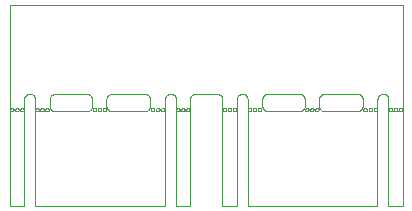
<source format=gko>
G75*
%MOIN*%
%OFA0B0*%
%FSLAX25Y25*%
%IPPOS*%
%LPD*%
%AMOC8*
5,1,8,0,0,1.08239X$1,22.5*
%
%ADD10C,0.00000*%
D10*
X0004361Y0003081D02*
X0009085Y0003081D01*
X0009085Y0038515D01*
X0009087Y0038601D01*
X0009092Y0038687D01*
X0009102Y0038772D01*
X0009115Y0038857D01*
X0009132Y0038941D01*
X0009152Y0039025D01*
X0009176Y0039107D01*
X0009204Y0039188D01*
X0009235Y0039269D01*
X0009269Y0039347D01*
X0009307Y0039424D01*
X0009349Y0039500D01*
X0009393Y0039573D01*
X0009441Y0039644D01*
X0009492Y0039714D01*
X0009546Y0039781D01*
X0009602Y0039845D01*
X0009662Y0039907D01*
X0009724Y0039967D01*
X0009788Y0040023D01*
X0009855Y0040077D01*
X0009925Y0040128D01*
X0009996Y0040176D01*
X0010070Y0040220D01*
X0010145Y0040262D01*
X0010222Y0040300D01*
X0010300Y0040334D01*
X0010381Y0040365D01*
X0010462Y0040393D01*
X0010544Y0040417D01*
X0010628Y0040437D01*
X0010712Y0040454D01*
X0010797Y0040467D01*
X0010882Y0040477D01*
X0010968Y0040482D01*
X0011054Y0040484D01*
X0011054Y0040483D02*
X0011134Y0040481D01*
X0011213Y0040475D01*
X0011292Y0040466D01*
X0011371Y0040453D01*
X0011448Y0040436D01*
X0011525Y0040415D01*
X0011601Y0040391D01*
X0011676Y0040363D01*
X0011749Y0040332D01*
X0011821Y0040297D01*
X0011891Y0040259D01*
X0011958Y0040217D01*
X0012024Y0040173D01*
X0012088Y0040125D01*
X0012150Y0040074D01*
X0012209Y0040021D01*
X0012265Y0039965D01*
X0012318Y0039906D01*
X0012369Y0039844D01*
X0012417Y0039780D01*
X0012461Y0039714D01*
X0012503Y0039647D01*
X0012541Y0039577D01*
X0012576Y0039505D01*
X0012607Y0039432D01*
X0012635Y0039357D01*
X0012659Y0039281D01*
X0012680Y0039204D01*
X0012697Y0039127D01*
X0012710Y0039048D01*
X0012719Y0038969D01*
X0012725Y0038890D01*
X0012727Y0038810D01*
X0012727Y0003081D01*
X0056034Y0003081D01*
X0056034Y0038515D01*
X0056036Y0038601D01*
X0056041Y0038687D01*
X0056051Y0038772D01*
X0056064Y0038857D01*
X0056081Y0038941D01*
X0056101Y0039025D01*
X0056125Y0039107D01*
X0056153Y0039188D01*
X0056184Y0039269D01*
X0056218Y0039347D01*
X0056256Y0039424D01*
X0056298Y0039500D01*
X0056342Y0039573D01*
X0056390Y0039644D01*
X0056441Y0039714D01*
X0056495Y0039781D01*
X0056551Y0039845D01*
X0056611Y0039907D01*
X0056673Y0039967D01*
X0056737Y0040023D01*
X0056804Y0040077D01*
X0056874Y0040128D01*
X0056945Y0040176D01*
X0057019Y0040220D01*
X0057094Y0040262D01*
X0057171Y0040300D01*
X0057249Y0040334D01*
X0057330Y0040365D01*
X0057411Y0040393D01*
X0057493Y0040417D01*
X0057577Y0040437D01*
X0057661Y0040454D01*
X0057746Y0040467D01*
X0057831Y0040477D01*
X0057917Y0040482D01*
X0058003Y0040484D01*
X0058003Y0040483D02*
X0058083Y0040481D01*
X0058162Y0040475D01*
X0058241Y0040466D01*
X0058320Y0040453D01*
X0058397Y0040436D01*
X0058474Y0040415D01*
X0058550Y0040391D01*
X0058625Y0040363D01*
X0058698Y0040332D01*
X0058770Y0040297D01*
X0058840Y0040259D01*
X0058907Y0040217D01*
X0058973Y0040173D01*
X0059037Y0040125D01*
X0059099Y0040074D01*
X0059158Y0040021D01*
X0059214Y0039965D01*
X0059267Y0039906D01*
X0059318Y0039844D01*
X0059366Y0039780D01*
X0059410Y0039714D01*
X0059452Y0039647D01*
X0059490Y0039577D01*
X0059525Y0039505D01*
X0059556Y0039432D01*
X0059584Y0039357D01*
X0059608Y0039281D01*
X0059629Y0039204D01*
X0059646Y0039127D01*
X0059659Y0039048D01*
X0059668Y0038969D01*
X0059674Y0038890D01*
X0059676Y0038810D01*
X0059676Y0034578D01*
X0059676Y0003081D01*
X0064400Y0003081D01*
X0064400Y0034578D01*
X0064400Y0038515D01*
X0064402Y0038601D01*
X0064407Y0038687D01*
X0064417Y0038772D01*
X0064430Y0038857D01*
X0064447Y0038941D01*
X0064467Y0039025D01*
X0064491Y0039107D01*
X0064519Y0039188D01*
X0064550Y0039269D01*
X0064584Y0039347D01*
X0064622Y0039424D01*
X0064664Y0039500D01*
X0064708Y0039573D01*
X0064756Y0039644D01*
X0064807Y0039714D01*
X0064861Y0039781D01*
X0064917Y0039845D01*
X0064977Y0039907D01*
X0065039Y0039967D01*
X0065103Y0040023D01*
X0065170Y0040077D01*
X0065240Y0040128D01*
X0065311Y0040176D01*
X0065385Y0040220D01*
X0065460Y0040262D01*
X0065537Y0040300D01*
X0065615Y0040334D01*
X0065696Y0040365D01*
X0065777Y0040393D01*
X0065859Y0040417D01*
X0065943Y0040437D01*
X0066027Y0040454D01*
X0066112Y0040467D01*
X0066197Y0040477D01*
X0066283Y0040482D01*
X0066369Y0040484D01*
X0066369Y0040483D02*
X0073259Y0040483D01*
X0073259Y0040484D02*
X0073345Y0040482D01*
X0073431Y0040477D01*
X0073516Y0040467D01*
X0073601Y0040454D01*
X0073685Y0040437D01*
X0073769Y0040417D01*
X0073851Y0040393D01*
X0073932Y0040365D01*
X0074013Y0040334D01*
X0074091Y0040300D01*
X0074168Y0040262D01*
X0074244Y0040220D01*
X0074317Y0040176D01*
X0074388Y0040128D01*
X0074458Y0040077D01*
X0074525Y0040023D01*
X0074589Y0039967D01*
X0074651Y0039907D01*
X0074711Y0039845D01*
X0074767Y0039781D01*
X0074821Y0039714D01*
X0074872Y0039644D01*
X0074920Y0039573D01*
X0074964Y0039500D01*
X0075006Y0039424D01*
X0075044Y0039347D01*
X0075078Y0039269D01*
X0075109Y0039188D01*
X0075137Y0039107D01*
X0075161Y0039025D01*
X0075181Y0038941D01*
X0075198Y0038857D01*
X0075211Y0038772D01*
X0075221Y0038687D01*
X0075226Y0038601D01*
X0075228Y0038515D01*
X0075227Y0038515D02*
X0075227Y0003081D01*
X0079952Y0003081D01*
X0079952Y0038515D01*
X0079951Y0038515D02*
X0079953Y0038601D01*
X0079958Y0038687D01*
X0079968Y0038772D01*
X0079981Y0038857D01*
X0079998Y0038941D01*
X0080018Y0039025D01*
X0080042Y0039107D01*
X0080070Y0039188D01*
X0080101Y0039269D01*
X0080135Y0039347D01*
X0080173Y0039424D01*
X0080215Y0039500D01*
X0080259Y0039573D01*
X0080307Y0039644D01*
X0080358Y0039714D01*
X0080412Y0039781D01*
X0080468Y0039845D01*
X0080528Y0039907D01*
X0080590Y0039967D01*
X0080654Y0040023D01*
X0080721Y0040077D01*
X0080791Y0040128D01*
X0080862Y0040176D01*
X0080936Y0040220D01*
X0081011Y0040262D01*
X0081088Y0040300D01*
X0081166Y0040334D01*
X0081247Y0040365D01*
X0081328Y0040393D01*
X0081410Y0040417D01*
X0081494Y0040437D01*
X0081578Y0040454D01*
X0081663Y0040467D01*
X0081748Y0040477D01*
X0081834Y0040482D01*
X0081920Y0040484D01*
X0081920Y0040483D02*
X0082000Y0040481D01*
X0082079Y0040475D01*
X0082158Y0040466D01*
X0082237Y0040453D01*
X0082314Y0040436D01*
X0082391Y0040415D01*
X0082467Y0040391D01*
X0082542Y0040363D01*
X0082615Y0040332D01*
X0082687Y0040297D01*
X0082757Y0040259D01*
X0082824Y0040217D01*
X0082890Y0040173D01*
X0082954Y0040125D01*
X0083016Y0040074D01*
X0083075Y0040021D01*
X0083131Y0039965D01*
X0083184Y0039906D01*
X0083235Y0039844D01*
X0083283Y0039780D01*
X0083327Y0039714D01*
X0083369Y0039647D01*
X0083407Y0039577D01*
X0083442Y0039505D01*
X0083473Y0039432D01*
X0083501Y0039357D01*
X0083525Y0039281D01*
X0083546Y0039204D01*
X0083563Y0039127D01*
X0083576Y0039048D01*
X0083585Y0038969D01*
X0083591Y0038890D01*
X0083593Y0038810D01*
X0083593Y0003081D01*
X0126900Y0003081D01*
X0126900Y0038515D01*
X0126902Y0038601D01*
X0126907Y0038687D01*
X0126917Y0038772D01*
X0126930Y0038857D01*
X0126947Y0038941D01*
X0126967Y0039025D01*
X0126991Y0039107D01*
X0127019Y0039188D01*
X0127050Y0039269D01*
X0127084Y0039347D01*
X0127122Y0039424D01*
X0127164Y0039500D01*
X0127208Y0039573D01*
X0127256Y0039644D01*
X0127307Y0039714D01*
X0127361Y0039781D01*
X0127417Y0039845D01*
X0127477Y0039907D01*
X0127539Y0039967D01*
X0127603Y0040023D01*
X0127670Y0040077D01*
X0127740Y0040128D01*
X0127811Y0040176D01*
X0127885Y0040220D01*
X0127960Y0040262D01*
X0128037Y0040300D01*
X0128115Y0040334D01*
X0128196Y0040365D01*
X0128277Y0040393D01*
X0128359Y0040417D01*
X0128443Y0040437D01*
X0128527Y0040454D01*
X0128612Y0040467D01*
X0128697Y0040477D01*
X0128783Y0040482D01*
X0128869Y0040484D01*
X0128869Y0040483D02*
X0128949Y0040481D01*
X0129028Y0040475D01*
X0129107Y0040466D01*
X0129186Y0040453D01*
X0129263Y0040436D01*
X0129340Y0040415D01*
X0129416Y0040391D01*
X0129491Y0040363D01*
X0129564Y0040332D01*
X0129636Y0040297D01*
X0129706Y0040259D01*
X0129773Y0040217D01*
X0129839Y0040173D01*
X0129903Y0040125D01*
X0129965Y0040074D01*
X0130024Y0040021D01*
X0130080Y0039965D01*
X0130133Y0039906D01*
X0130184Y0039844D01*
X0130232Y0039780D01*
X0130276Y0039714D01*
X0130318Y0039647D01*
X0130356Y0039577D01*
X0130391Y0039505D01*
X0130422Y0039432D01*
X0130450Y0039357D01*
X0130474Y0039281D01*
X0130495Y0039204D01*
X0130512Y0039127D01*
X0130525Y0039048D01*
X0130534Y0038969D01*
X0130540Y0038890D01*
X0130542Y0038810D01*
X0130542Y0034578D01*
X0130542Y0003081D01*
X0135267Y0003081D01*
X0135267Y0034578D01*
X0135267Y0070011D01*
X0004361Y0070011D01*
X0004361Y0003081D01*
X0019617Y0034578D02*
X0029853Y0034578D01*
X0031920Y0035168D02*
X0031922Y0035216D01*
X0031928Y0035264D01*
X0031938Y0035311D01*
X0031951Y0035357D01*
X0031969Y0035402D01*
X0031989Y0035446D01*
X0032014Y0035488D01*
X0032042Y0035527D01*
X0032072Y0035564D01*
X0032106Y0035598D01*
X0032143Y0035630D01*
X0032181Y0035659D01*
X0032222Y0035684D01*
X0032265Y0035706D01*
X0032310Y0035724D01*
X0032356Y0035738D01*
X0032403Y0035749D01*
X0032451Y0035756D01*
X0032499Y0035759D01*
X0032547Y0035758D01*
X0032595Y0035753D01*
X0032643Y0035744D01*
X0032689Y0035732D01*
X0032734Y0035715D01*
X0032778Y0035695D01*
X0032820Y0035672D01*
X0032860Y0035645D01*
X0032898Y0035615D01*
X0032933Y0035582D01*
X0032965Y0035546D01*
X0032995Y0035508D01*
X0033021Y0035467D01*
X0033043Y0035424D01*
X0033063Y0035380D01*
X0033078Y0035335D01*
X0033090Y0035288D01*
X0033098Y0035240D01*
X0033102Y0035192D01*
X0033102Y0035144D01*
X0033098Y0035096D01*
X0033090Y0035048D01*
X0033078Y0035001D01*
X0033063Y0034956D01*
X0033043Y0034912D01*
X0033021Y0034869D01*
X0032995Y0034828D01*
X0032965Y0034790D01*
X0032933Y0034754D01*
X0032898Y0034721D01*
X0032860Y0034691D01*
X0032820Y0034664D01*
X0032778Y0034641D01*
X0032734Y0034621D01*
X0032689Y0034604D01*
X0032643Y0034592D01*
X0032595Y0034583D01*
X0032547Y0034578D01*
X0032499Y0034577D01*
X0032451Y0034580D01*
X0032403Y0034587D01*
X0032356Y0034598D01*
X0032310Y0034612D01*
X0032265Y0034630D01*
X0032222Y0034652D01*
X0032181Y0034677D01*
X0032143Y0034706D01*
X0032106Y0034738D01*
X0032072Y0034772D01*
X0032042Y0034809D01*
X0032014Y0034848D01*
X0031989Y0034890D01*
X0031969Y0034934D01*
X0031951Y0034979D01*
X0031938Y0035025D01*
X0031928Y0035072D01*
X0031922Y0035120D01*
X0031920Y0035168D01*
X0031822Y0036546D02*
X0031822Y0038515D01*
X0031820Y0038601D01*
X0031815Y0038687D01*
X0031805Y0038772D01*
X0031792Y0038857D01*
X0031775Y0038941D01*
X0031755Y0039025D01*
X0031731Y0039107D01*
X0031703Y0039188D01*
X0031672Y0039269D01*
X0031638Y0039347D01*
X0031600Y0039424D01*
X0031558Y0039500D01*
X0031514Y0039573D01*
X0031466Y0039644D01*
X0031415Y0039714D01*
X0031361Y0039781D01*
X0031305Y0039845D01*
X0031245Y0039907D01*
X0031183Y0039967D01*
X0031119Y0040023D01*
X0031052Y0040077D01*
X0030982Y0040128D01*
X0030911Y0040176D01*
X0030838Y0040220D01*
X0030762Y0040262D01*
X0030685Y0040300D01*
X0030607Y0040334D01*
X0030526Y0040365D01*
X0030445Y0040393D01*
X0030363Y0040417D01*
X0030279Y0040437D01*
X0030195Y0040454D01*
X0030110Y0040467D01*
X0030025Y0040477D01*
X0029939Y0040482D01*
X0029853Y0040484D01*
X0029853Y0040483D02*
X0019617Y0040483D01*
X0019617Y0040484D02*
X0019531Y0040482D01*
X0019445Y0040477D01*
X0019360Y0040467D01*
X0019275Y0040454D01*
X0019191Y0040437D01*
X0019107Y0040417D01*
X0019025Y0040393D01*
X0018944Y0040365D01*
X0018863Y0040334D01*
X0018785Y0040300D01*
X0018708Y0040262D01*
X0018633Y0040220D01*
X0018559Y0040176D01*
X0018488Y0040128D01*
X0018418Y0040077D01*
X0018351Y0040023D01*
X0018287Y0039967D01*
X0018225Y0039907D01*
X0018165Y0039845D01*
X0018109Y0039781D01*
X0018055Y0039714D01*
X0018004Y0039644D01*
X0017956Y0039573D01*
X0017912Y0039500D01*
X0017870Y0039424D01*
X0017832Y0039347D01*
X0017798Y0039269D01*
X0017767Y0039188D01*
X0017739Y0039107D01*
X0017715Y0039025D01*
X0017695Y0038941D01*
X0017678Y0038857D01*
X0017665Y0038772D01*
X0017655Y0038687D01*
X0017650Y0038601D01*
X0017648Y0038515D01*
X0017648Y0036546D01*
X0016172Y0035168D02*
X0016174Y0035216D01*
X0016180Y0035264D01*
X0016190Y0035311D01*
X0016203Y0035357D01*
X0016221Y0035402D01*
X0016241Y0035446D01*
X0016266Y0035488D01*
X0016294Y0035527D01*
X0016324Y0035564D01*
X0016358Y0035598D01*
X0016395Y0035630D01*
X0016433Y0035659D01*
X0016474Y0035684D01*
X0016517Y0035706D01*
X0016562Y0035724D01*
X0016608Y0035738D01*
X0016655Y0035749D01*
X0016703Y0035756D01*
X0016751Y0035759D01*
X0016799Y0035758D01*
X0016847Y0035753D01*
X0016895Y0035744D01*
X0016941Y0035732D01*
X0016986Y0035715D01*
X0017030Y0035695D01*
X0017072Y0035672D01*
X0017112Y0035645D01*
X0017150Y0035615D01*
X0017185Y0035582D01*
X0017217Y0035546D01*
X0017247Y0035508D01*
X0017273Y0035467D01*
X0017295Y0035424D01*
X0017315Y0035380D01*
X0017330Y0035335D01*
X0017342Y0035288D01*
X0017350Y0035240D01*
X0017354Y0035192D01*
X0017354Y0035144D01*
X0017350Y0035096D01*
X0017342Y0035048D01*
X0017330Y0035001D01*
X0017315Y0034956D01*
X0017295Y0034912D01*
X0017273Y0034869D01*
X0017247Y0034828D01*
X0017217Y0034790D01*
X0017185Y0034754D01*
X0017150Y0034721D01*
X0017112Y0034691D01*
X0017072Y0034664D01*
X0017030Y0034641D01*
X0016986Y0034621D01*
X0016941Y0034604D01*
X0016895Y0034592D01*
X0016847Y0034583D01*
X0016799Y0034578D01*
X0016751Y0034577D01*
X0016703Y0034580D01*
X0016655Y0034587D01*
X0016608Y0034598D01*
X0016562Y0034612D01*
X0016517Y0034630D01*
X0016474Y0034652D01*
X0016433Y0034677D01*
X0016395Y0034706D01*
X0016358Y0034738D01*
X0016324Y0034772D01*
X0016294Y0034809D01*
X0016266Y0034848D01*
X0016241Y0034890D01*
X0016221Y0034934D01*
X0016203Y0034979D01*
X0016190Y0035025D01*
X0016180Y0035072D01*
X0016174Y0035120D01*
X0016172Y0035168D01*
X0014498Y0035168D02*
X0014500Y0035216D01*
X0014506Y0035264D01*
X0014516Y0035311D01*
X0014529Y0035357D01*
X0014547Y0035402D01*
X0014567Y0035446D01*
X0014592Y0035488D01*
X0014620Y0035527D01*
X0014650Y0035564D01*
X0014684Y0035598D01*
X0014721Y0035630D01*
X0014759Y0035659D01*
X0014800Y0035684D01*
X0014843Y0035706D01*
X0014888Y0035724D01*
X0014934Y0035738D01*
X0014981Y0035749D01*
X0015029Y0035756D01*
X0015077Y0035759D01*
X0015125Y0035758D01*
X0015173Y0035753D01*
X0015221Y0035744D01*
X0015267Y0035732D01*
X0015312Y0035715D01*
X0015356Y0035695D01*
X0015398Y0035672D01*
X0015438Y0035645D01*
X0015476Y0035615D01*
X0015511Y0035582D01*
X0015543Y0035546D01*
X0015573Y0035508D01*
X0015599Y0035467D01*
X0015621Y0035424D01*
X0015641Y0035380D01*
X0015656Y0035335D01*
X0015668Y0035288D01*
X0015676Y0035240D01*
X0015680Y0035192D01*
X0015680Y0035144D01*
X0015676Y0035096D01*
X0015668Y0035048D01*
X0015656Y0035001D01*
X0015641Y0034956D01*
X0015621Y0034912D01*
X0015599Y0034869D01*
X0015573Y0034828D01*
X0015543Y0034790D01*
X0015511Y0034754D01*
X0015476Y0034721D01*
X0015438Y0034691D01*
X0015398Y0034664D01*
X0015356Y0034641D01*
X0015312Y0034621D01*
X0015267Y0034604D01*
X0015221Y0034592D01*
X0015173Y0034583D01*
X0015125Y0034578D01*
X0015077Y0034577D01*
X0015029Y0034580D01*
X0014981Y0034587D01*
X0014934Y0034598D01*
X0014888Y0034612D01*
X0014843Y0034630D01*
X0014800Y0034652D01*
X0014759Y0034677D01*
X0014721Y0034706D01*
X0014684Y0034738D01*
X0014650Y0034772D01*
X0014620Y0034809D01*
X0014592Y0034848D01*
X0014567Y0034890D01*
X0014547Y0034934D01*
X0014529Y0034979D01*
X0014516Y0035025D01*
X0014506Y0035072D01*
X0014500Y0035120D01*
X0014498Y0035168D01*
X0012825Y0035168D02*
X0012827Y0035216D01*
X0012833Y0035264D01*
X0012843Y0035311D01*
X0012856Y0035357D01*
X0012874Y0035402D01*
X0012894Y0035446D01*
X0012919Y0035488D01*
X0012947Y0035527D01*
X0012977Y0035564D01*
X0013011Y0035598D01*
X0013048Y0035630D01*
X0013086Y0035659D01*
X0013127Y0035684D01*
X0013170Y0035706D01*
X0013215Y0035724D01*
X0013261Y0035738D01*
X0013308Y0035749D01*
X0013356Y0035756D01*
X0013404Y0035759D01*
X0013452Y0035758D01*
X0013500Y0035753D01*
X0013548Y0035744D01*
X0013594Y0035732D01*
X0013639Y0035715D01*
X0013683Y0035695D01*
X0013725Y0035672D01*
X0013765Y0035645D01*
X0013803Y0035615D01*
X0013838Y0035582D01*
X0013870Y0035546D01*
X0013900Y0035508D01*
X0013926Y0035467D01*
X0013948Y0035424D01*
X0013968Y0035380D01*
X0013983Y0035335D01*
X0013995Y0035288D01*
X0014003Y0035240D01*
X0014007Y0035192D01*
X0014007Y0035144D01*
X0014003Y0035096D01*
X0013995Y0035048D01*
X0013983Y0035001D01*
X0013968Y0034956D01*
X0013948Y0034912D01*
X0013926Y0034869D01*
X0013900Y0034828D01*
X0013870Y0034790D01*
X0013838Y0034754D01*
X0013803Y0034721D01*
X0013765Y0034691D01*
X0013725Y0034664D01*
X0013683Y0034641D01*
X0013639Y0034621D01*
X0013594Y0034604D01*
X0013548Y0034592D01*
X0013500Y0034583D01*
X0013452Y0034578D01*
X0013404Y0034577D01*
X0013356Y0034580D01*
X0013308Y0034587D01*
X0013261Y0034598D01*
X0013215Y0034612D01*
X0013170Y0034630D01*
X0013127Y0034652D01*
X0013086Y0034677D01*
X0013048Y0034706D01*
X0013011Y0034738D01*
X0012977Y0034772D01*
X0012947Y0034809D01*
X0012919Y0034848D01*
X0012894Y0034890D01*
X0012874Y0034934D01*
X0012856Y0034979D01*
X0012843Y0035025D01*
X0012833Y0035072D01*
X0012827Y0035120D01*
X0012825Y0035168D01*
X0007805Y0035168D02*
X0007807Y0035216D01*
X0007813Y0035264D01*
X0007823Y0035311D01*
X0007836Y0035357D01*
X0007854Y0035402D01*
X0007874Y0035446D01*
X0007899Y0035488D01*
X0007927Y0035527D01*
X0007957Y0035564D01*
X0007991Y0035598D01*
X0008028Y0035630D01*
X0008066Y0035659D01*
X0008107Y0035684D01*
X0008150Y0035706D01*
X0008195Y0035724D01*
X0008241Y0035738D01*
X0008288Y0035749D01*
X0008336Y0035756D01*
X0008384Y0035759D01*
X0008432Y0035758D01*
X0008480Y0035753D01*
X0008528Y0035744D01*
X0008574Y0035732D01*
X0008619Y0035715D01*
X0008663Y0035695D01*
X0008705Y0035672D01*
X0008745Y0035645D01*
X0008783Y0035615D01*
X0008818Y0035582D01*
X0008850Y0035546D01*
X0008880Y0035508D01*
X0008906Y0035467D01*
X0008928Y0035424D01*
X0008948Y0035380D01*
X0008963Y0035335D01*
X0008975Y0035288D01*
X0008983Y0035240D01*
X0008987Y0035192D01*
X0008987Y0035144D01*
X0008983Y0035096D01*
X0008975Y0035048D01*
X0008963Y0035001D01*
X0008948Y0034956D01*
X0008928Y0034912D01*
X0008906Y0034869D01*
X0008880Y0034828D01*
X0008850Y0034790D01*
X0008818Y0034754D01*
X0008783Y0034721D01*
X0008745Y0034691D01*
X0008705Y0034664D01*
X0008663Y0034641D01*
X0008619Y0034621D01*
X0008574Y0034604D01*
X0008528Y0034592D01*
X0008480Y0034583D01*
X0008432Y0034578D01*
X0008384Y0034577D01*
X0008336Y0034580D01*
X0008288Y0034587D01*
X0008241Y0034598D01*
X0008195Y0034612D01*
X0008150Y0034630D01*
X0008107Y0034652D01*
X0008066Y0034677D01*
X0008028Y0034706D01*
X0007991Y0034738D01*
X0007957Y0034772D01*
X0007927Y0034809D01*
X0007899Y0034848D01*
X0007874Y0034890D01*
X0007854Y0034934D01*
X0007836Y0034979D01*
X0007823Y0035025D01*
X0007813Y0035072D01*
X0007807Y0035120D01*
X0007805Y0035168D01*
X0006132Y0035168D02*
X0006134Y0035216D01*
X0006140Y0035264D01*
X0006150Y0035311D01*
X0006163Y0035357D01*
X0006181Y0035402D01*
X0006201Y0035446D01*
X0006226Y0035488D01*
X0006254Y0035527D01*
X0006284Y0035564D01*
X0006318Y0035598D01*
X0006355Y0035630D01*
X0006393Y0035659D01*
X0006434Y0035684D01*
X0006477Y0035706D01*
X0006522Y0035724D01*
X0006568Y0035738D01*
X0006615Y0035749D01*
X0006663Y0035756D01*
X0006711Y0035759D01*
X0006759Y0035758D01*
X0006807Y0035753D01*
X0006855Y0035744D01*
X0006901Y0035732D01*
X0006946Y0035715D01*
X0006990Y0035695D01*
X0007032Y0035672D01*
X0007072Y0035645D01*
X0007110Y0035615D01*
X0007145Y0035582D01*
X0007177Y0035546D01*
X0007207Y0035508D01*
X0007233Y0035467D01*
X0007255Y0035424D01*
X0007275Y0035380D01*
X0007290Y0035335D01*
X0007302Y0035288D01*
X0007310Y0035240D01*
X0007314Y0035192D01*
X0007314Y0035144D01*
X0007310Y0035096D01*
X0007302Y0035048D01*
X0007290Y0035001D01*
X0007275Y0034956D01*
X0007255Y0034912D01*
X0007233Y0034869D01*
X0007207Y0034828D01*
X0007177Y0034790D01*
X0007145Y0034754D01*
X0007110Y0034721D01*
X0007072Y0034691D01*
X0007032Y0034664D01*
X0006990Y0034641D01*
X0006946Y0034621D01*
X0006901Y0034604D01*
X0006855Y0034592D01*
X0006807Y0034583D01*
X0006759Y0034578D01*
X0006711Y0034577D01*
X0006663Y0034580D01*
X0006615Y0034587D01*
X0006568Y0034598D01*
X0006522Y0034612D01*
X0006477Y0034630D01*
X0006434Y0034652D01*
X0006393Y0034677D01*
X0006355Y0034706D01*
X0006318Y0034738D01*
X0006284Y0034772D01*
X0006254Y0034809D01*
X0006226Y0034848D01*
X0006201Y0034890D01*
X0006181Y0034934D01*
X0006163Y0034979D01*
X0006150Y0035025D01*
X0006140Y0035072D01*
X0006134Y0035120D01*
X0006132Y0035168D01*
X0004459Y0035168D02*
X0004461Y0035216D01*
X0004467Y0035264D01*
X0004477Y0035311D01*
X0004490Y0035357D01*
X0004508Y0035402D01*
X0004528Y0035446D01*
X0004553Y0035488D01*
X0004581Y0035527D01*
X0004611Y0035564D01*
X0004645Y0035598D01*
X0004682Y0035630D01*
X0004720Y0035659D01*
X0004761Y0035684D01*
X0004804Y0035706D01*
X0004849Y0035724D01*
X0004895Y0035738D01*
X0004942Y0035749D01*
X0004990Y0035756D01*
X0005038Y0035759D01*
X0005086Y0035758D01*
X0005134Y0035753D01*
X0005182Y0035744D01*
X0005228Y0035732D01*
X0005273Y0035715D01*
X0005317Y0035695D01*
X0005359Y0035672D01*
X0005399Y0035645D01*
X0005437Y0035615D01*
X0005472Y0035582D01*
X0005504Y0035546D01*
X0005534Y0035508D01*
X0005560Y0035467D01*
X0005582Y0035424D01*
X0005602Y0035380D01*
X0005617Y0035335D01*
X0005629Y0035288D01*
X0005637Y0035240D01*
X0005641Y0035192D01*
X0005641Y0035144D01*
X0005637Y0035096D01*
X0005629Y0035048D01*
X0005617Y0035001D01*
X0005602Y0034956D01*
X0005582Y0034912D01*
X0005560Y0034869D01*
X0005534Y0034828D01*
X0005504Y0034790D01*
X0005472Y0034754D01*
X0005437Y0034721D01*
X0005399Y0034691D01*
X0005359Y0034664D01*
X0005317Y0034641D01*
X0005273Y0034621D01*
X0005228Y0034604D01*
X0005182Y0034592D01*
X0005134Y0034583D01*
X0005086Y0034578D01*
X0005038Y0034577D01*
X0004990Y0034580D01*
X0004942Y0034587D01*
X0004895Y0034598D01*
X0004849Y0034612D01*
X0004804Y0034630D01*
X0004761Y0034652D01*
X0004720Y0034677D01*
X0004682Y0034706D01*
X0004645Y0034738D01*
X0004611Y0034772D01*
X0004581Y0034809D01*
X0004553Y0034848D01*
X0004528Y0034890D01*
X0004508Y0034934D01*
X0004490Y0034979D01*
X0004477Y0035025D01*
X0004467Y0035072D01*
X0004461Y0035120D01*
X0004459Y0035168D01*
X0017648Y0036546D02*
X0017650Y0036460D01*
X0017655Y0036374D01*
X0017665Y0036289D01*
X0017678Y0036204D01*
X0017695Y0036120D01*
X0017715Y0036036D01*
X0017739Y0035954D01*
X0017767Y0035873D01*
X0017798Y0035792D01*
X0017832Y0035714D01*
X0017870Y0035637D01*
X0017912Y0035562D01*
X0017956Y0035488D01*
X0018004Y0035417D01*
X0018055Y0035347D01*
X0018109Y0035280D01*
X0018165Y0035216D01*
X0018225Y0035154D01*
X0018287Y0035094D01*
X0018351Y0035038D01*
X0018418Y0034984D01*
X0018488Y0034933D01*
X0018559Y0034885D01*
X0018632Y0034841D01*
X0018708Y0034799D01*
X0018785Y0034761D01*
X0018863Y0034727D01*
X0018944Y0034696D01*
X0019025Y0034668D01*
X0019107Y0034644D01*
X0019191Y0034624D01*
X0019275Y0034607D01*
X0019360Y0034594D01*
X0019445Y0034584D01*
X0019531Y0034579D01*
X0019617Y0034577D01*
X0029853Y0034577D02*
X0029939Y0034579D01*
X0030025Y0034584D01*
X0030110Y0034594D01*
X0030195Y0034607D01*
X0030279Y0034624D01*
X0030363Y0034644D01*
X0030445Y0034668D01*
X0030526Y0034696D01*
X0030607Y0034727D01*
X0030685Y0034761D01*
X0030762Y0034799D01*
X0030838Y0034841D01*
X0030911Y0034885D01*
X0030982Y0034933D01*
X0031052Y0034984D01*
X0031119Y0035038D01*
X0031183Y0035094D01*
X0031245Y0035154D01*
X0031305Y0035216D01*
X0031361Y0035280D01*
X0031415Y0035347D01*
X0031466Y0035417D01*
X0031514Y0035488D01*
X0031558Y0035562D01*
X0031600Y0035637D01*
X0031638Y0035714D01*
X0031672Y0035792D01*
X0031703Y0035873D01*
X0031731Y0035954D01*
X0031755Y0036036D01*
X0031775Y0036120D01*
X0031792Y0036204D01*
X0031805Y0036289D01*
X0031815Y0036374D01*
X0031820Y0036460D01*
X0031822Y0036546D01*
X0033593Y0035168D02*
X0033595Y0035216D01*
X0033601Y0035264D01*
X0033611Y0035311D01*
X0033624Y0035357D01*
X0033642Y0035402D01*
X0033662Y0035446D01*
X0033687Y0035488D01*
X0033715Y0035527D01*
X0033745Y0035564D01*
X0033779Y0035598D01*
X0033816Y0035630D01*
X0033854Y0035659D01*
X0033895Y0035684D01*
X0033938Y0035706D01*
X0033983Y0035724D01*
X0034029Y0035738D01*
X0034076Y0035749D01*
X0034124Y0035756D01*
X0034172Y0035759D01*
X0034220Y0035758D01*
X0034268Y0035753D01*
X0034316Y0035744D01*
X0034362Y0035732D01*
X0034407Y0035715D01*
X0034451Y0035695D01*
X0034493Y0035672D01*
X0034533Y0035645D01*
X0034571Y0035615D01*
X0034606Y0035582D01*
X0034638Y0035546D01*
X0034668Y0035508D01*
X0034694Y0035467D01*
X0034716Y0035424D01*
X0034736Y0035380D01*
X0034751Y0035335D01*
X0034763Y0035288D01*
X0034771Y0035240D01*
X0034775Y0035192D01*
X0034775Y0035144D01*
X0034771Y0035096D01*
X0034763Y0035048D01*
X0034751Y0035001D01*
X0034736Y0034956D01*
X0034716Y0034912D01*
X0034694Y0034869D01*
X0034668Y0034828D01*
X0034638Y0034790D01*
X0034606Y0034754D01*
X0034571Y0034721D01*
X0034533Y0034691D01*
X0034493Y0034664D01*
X0034451Y0034641D01*
X0034407Y0034621D01*
X0034362Y0034604D01*
X0034316Y0034592D01*
X0034268Y0034583D01*
X0034220Y0034578D01*
X0034172Y0034577D01*
X0034124Y0034580D01*
X0034076Y0034587D01*
X0034029Y0034598D01*
X0033983Y0034612D01*
X0033938Y0034630D01*
X0033895Y0034652D01*
X0033854Y0034677D01*
X0033816Y0034706D01*
X0033779Y0034738D01*
X0033745Y0034772D01*
X0033715Y0034809D01*
X0033687Y0034848D01*
X0033662Y0034890D01*
X0033642Y0034934D01*
X0033624Y0034979D01*
X0033611Y0035025D01*
X0033601Y0035072D01*
X0033595Y0035120D01*
X0033593Y0035168D01*
X0035266Y0035168D02*
X0035268Y0035216D01*
X0035274Y0035264D01*
X0035284Y0035311D01*
X0035297Y0035357D01*
X0035315Y0035402D01*
X0035335Y0035446D01*
X0035360Y0035488D01*
X0035388Y0035527D01*
X0035418Y0035564D01*
X0035452Y0035598D01*
X0035489Y0035630D01*
X0035527Y0035659D01*
X0035568Y0035684D01*
X0035611Y0035706D01*
X0035656Y0035724D01*
X0035702Y0035738D01*
X0035749Y0035749D01*
X0035797Y0035756D01*
X0035845Y0035759D01*
X0035893Y0035758D01*
X0035941Y0035753D01*
X0035989Y0035744D01*
X0036035Y0035732D01*
X0036080Y0035715D01*
X0036124Y0035695D01*
X0036166Y0035672D01*
X0036206Y0035645D01*
X0036244Y0035615D01*
X0036279Y0035582D01*
X0036311Y0035546D01*
X0036341Y0035508D01*
X0036367Y0035467D01*
X0036389Y0035424D01*
X0036409Y0035380D01*
X0036424Y0035335D01*
X0036436Y0035288D01*
X0036444Y0035240D01*
X0036448Y0035192D01*
X0036448Y0035144D01*
X0036444Y0035096D01*
X0036436Y0035048D01*
X0036424Y0035001D01*
X0036409Y0034956D01*
X0036389Y0034912D01*
X0036367Y0034869D01*
X0036341Y0034828D01*
X0036311Y0034790D01*
X0036279Y0034754D01*
X0036244Y0034721D01*
X0036206Y0034691D01*
X0036166Y0034664D01*
X0036124Y0034641D01*
X0036080Y0034621D01*
X0036035Y0034604D01*
X0035989Y0034592D01*
X0035941Y0034583D01*
X0035893Y0034578D01*
X0035845Y0034577D01*
X0035797Y0034580D01*
X0035749Y0034587D01*
X0035702Y0034598D01*
X0035656Y0034612D01*
X0035611Y0034630D01*
X0035568Y0034652D01*
X0035527Y0034677D01*
X0035489Y0034706D01*
X0035452Y0034738D01*
X0035418Y0034772D01*
X0035388Y0034809D01*
X0035360Y0034848D01*
X0035335Y0034890D01*
X0035315Y0034934D01*
X0035297Y0034979D01*
X0035284Y0035025D01*
X0035274Y0035072D01*
X0035268Y0035120D01*
X0035266Y0035168D01*
X0036546Y0036546D02*
X0036546Y0038515D01*
X0036548Y0038601D01*
X0036553Y0038687D01*
X0036563Y0038772D01*
X0036576Y0038857D01*
X0036593Y0038941D01*
X0036613Y0039025D01*
X0036637Y0039107D01*
X0036665Y0039188D01*
X0036696Y0039269D01*
X0036730Y0039347D01*
X0036768Y0039424D01*
X0036810Y0039500D01*
X0036854Y0039573D01*
X0036902Y0039644D01*
X0036953Y0039714D01*
X0037007Y0039781D01*
X0037063Y0039845D01*
X0037123Y0039907D01*
X0037185Y0039967D01*
X0037249Y0040023D01*
X0037316Y0040077D01*
X0037386Y0040128D01*
X0037457Y0040176D01*
X0037531Y0040220D01*
X0037606Y0040262D01*
X0037683Y0040300D01*
X0037761Y0040334D01*
X0037842Y0040365D01*
X0037923Y0040393D01*
X0038005Y0040417D01*
X0038089Y0040437D01*
X0038173Y0040454D01*
X0038258Y0040467D01*
X0038343Y0040477D01*
X0038429Y0040482D01*
X0038515Y0040484D01*
X0038515Y0040483D02*
X0049144Y0040483D01*
X0049144Y0040484D02*
X0049230Y0040482D01*
X0049316Y0040477D01*
X0049401Y0040467D01*
X0049486Y0040454D01*
X0049570Y0040437D01*
X0049654Y0040417D01*
X0049736Y0040393D01*
X0049817Y0040365D01*
X0049898Y0040334D01*
X0049976Y0040300D01*
X0050053Y0040262D01*
X0050129Y0040220D01*
X0050202Y0040176D01*
X0050273Y0040128D01*
X0050343Y0040077D01*
X0050410Y0040023D01*
X0050474Y0039967D01*
X0050536Y0039907D01*
X0050596Y0039845D01*
X0050652Y0039781D01*
X0050706Y0039714D01*
X0050757Y0039644D01*
X0050805Y0039573D01*
X0050849Y0039500D01*
X0050891Y0039424D01*
X0050929Y0039347D01*
X0050963Y0039269D01*
X0050994Y0039188D01*
X0051022Y0039107D01*
X0051046Y0039025D01*
X0051066Y0038941D01*
X0051083Y0038857D01*
X0051096Y0038772D01*
X0051106Y0038687D01*
X0051111Y0038601D01*
X0051113Y0038515D01*
X0051113Y0036546D01*
X0051111Y0036460D01*
X0051106Y0036374D01*
X0051096Y0036289D01*
X0051083Y0036204D01*
X0051066Y0036120D01*
X0051046Y0036036D01*
X0051022Y0035954D01*
X0050994Y0035873D01*
X0050963Y0035792D01*
X0050929Y0035714D01*
X0050891Y0035637D01*
X0050849Y0035562D01*
X0050805Y0035488D01*
X0050757Y0035417D01*
X0050706Y0035347D01*
X0050652Y0035280D01*
X0050596Y0035216D01*
X0050536Y0035154D01*
X0050474Y0035094D01*
X0050410Y0035038D01*
X0050343Y0034984D01*
X0050273Y0034933D01*
X0050202Y0034885D01*
X0050129Y0034841D01*
X0050053Y0034799D01*
X0049976Y0034761D01*
X0049898Y0034727D01*
X0049817Y0034696D01*
X0049736Y0034668D01*
X0049654Y0034644D01*
X0049570Y0034624D01*
X0049486Y0034607D01*
X0049401Y0034594D01*
X0049316Y0034584D01*
X0049230Y0034579D01*
X0049144Y0034577D01*
X0049144Y0034578D02*
X0038515Y0034578D01*
X0038515Y0034577D02*
X0038429Y0034579D01*
X0038343Y0034584D01*
X0038258Y0034594D01*
X0038173Y0034607D01*
X0038089Y0034624D01*
X0038005Y0034644D01*
X0037923Y0034668D01*
X0037842Y0034696D01*
X0037761Y0034727D01*
X0037683Y0034761D01*
X0037606Y0034799D01*
X0037531Y0034841D01*
X0037457Y0034885D01*
X0037386Y0034933D01*
X0037316Y0034984D01*
X0037249Y0035038D01*
X0037185Y0035094D01*
X0037123Y0035154D01*
X0037063Y0035216D01*
X0037007Y0035280D01*
X0036953Y0035347D01*
X0036902Y0035417D01*
X0036854Y0035488D01*
X0036810Y0035562D01*
X0036768Y0035637D01*
X0036730Y0035714D01*
X0036696Y0035792D01*
X0036665Y0035873D01*
X0036637Y0035954D01*
X0036613Y0036036D01*
X0036593Y0036120D01*
X0036576Y0036204D01*
X0036563Y0036289D01*
X0036553Y0036374D01*
X0036548Y0036460D01*
X0036546Y0036546D01*
X0051309Y0035168D02*
X0051311Y0035216D01*
X0051317Y0035264D01*
X0051327Y0035311D01*
X0051340Y0035357D01*
X0051358Y0035402D01*
X0051378Y0035446D01*
X0051403Y0035488D01*
X0051431Y0035527D01*
X0051461Y0035564D01*
X0051495Y0035598D01*
X0051532Y0035630D01*
X0051570Y0035659D01*
X0051611Y0035684D01*
X0051654Y0035706D01*
X0051699Y0035724D01*
X0051745Y0035738D01*
X0051792Y0035749D01*
X0051840Y0035756D01*
X0051888Y0035759D01*
X0051936Y0035758D01*
X0051984Y0035753D01*
X0052032Y0035744D01*
X0052078Y0035732D01*
X0052123Y0035715D01*
X0052167Y0035695D01*
X0052209Y0035672D01*
X0052249Y0035645D01*
X0052287Y0035615D01*
X0052322Y0035582D01*
X0052354Y0035546D01*
X0052384Y0035508D01*
X0052410Y0035467D01*
X0052432Y0035424D01*
X0052452Y0035380D01*
X0052467Y0035335D01*
X0052479Y0035288D01*
X0052487Y0035240D01*
X0052491Y0035192D01*
X0052491Y0035144D01*
X0052487Y0035096D01*
X0052479Y0035048D01*
X0052467Y0035001D01*
X0052452Y0034956D01*
X0052432Y0034912D01*
X0052410Y0034869D01*
X0052384Y0034828D01*
X0052354Y0034790D01*
X0052322Y0034754D01*
X0052287Y0034721D01*
X0052249Y0034691D01*
X0052209Y0034664D01*
X0052167Y0034641D01*
X0052123Y0034621D01*
X0052078Y0034604D01*
X0052032Y0034592D01*
X0051984Y0034583D01*
X0051936Y0034578D01*
X0051888Y0034577D01*
X0051840Y0034580D01*
X0051792Y0034587D01*
X0051745Y0034598D01*
X0051699Y0034612D01*
X0051654Y0034630D01*
X0051611Y0034652D01*
X0051570Y0034677D01*
X0051532Y0034706D01*
X0051495Y0034738D01*
X0051461Y0034772D01*
X0051431Y0034809D01*
X0051403Y0034848D01*
X0051378Y0034890D01*
X0051358Y0034934D01*
X0051340Y0034979D01*
X0051327Y0035025D01*
X0051317Y0035072D01*
X0051311Y0035120D01*
X0051309Y0035168D01*
X0053081Y0035168D02*
X0053083Y0035216D01*
X0053089Y0035264D01*
X0053099Y0035311D01*
X0053112Y0035357D01*
X0053130Y0035402D01*
X0053150Y0035446D01*
X0053175Y0035488D01*
X0053203Y0035527D01*
X0053233Y0035564D01*
X0053267Y0035598D01*
X0053304Y0035630D01*
X0053342Y0035659D01*
X0053383Y0035684D01*
X0053426Y0035706D01*
X0053471Y0035724D01*
X0053517Y0035738D01*
X0053564Y0035749D01*
X0053612Y0035756D01*
X0053660Y0035759D01*
X0053708Y0035758D01*
X0053756Y0035753D01*
X0053804Y0035744D01*
X0053850Y0035732D01*
X0053895Y0035715D01*
X0053939Y0035695D01*
X0053981Y0035672D01*
X0054021Y0035645D01*
X0054059Y0035615D01*
X0054094Y0035582D01*
X0054126Y0035546D01*
X0054156Y0035508D01*
X0054182Y0035467D01*
X0054204Y0035424D01*
X0054224Y0035380D01*
X0054239Y0035335D01*
X0054251Y0035288D01*
X0054259Y0035240D01*
X0054263Y0035192D01*
X0054263Y0035144D01*
X0054259Y0035096D01*
X0054251Y0035048D01*
X0054239Y0035001D01*
X0054224Y0034956D01*
X0054204Y0034912D01*
X0054182Y0034869D01*
X0054156Y0034828D01*
X0054126Y0034790D01*
X0054094Y0034754D01*
X0054059Y0034721D01*
X0054021Y0034691D01*
X0053981Y0034664D01*
X0053939Y0034641D01*
X0053895Y0034621D01*
X0053850Y0034604D01*
X0053804Y0034592D01*
X0053756Y0034583D01*
X0053708Y0034578D01*
X0053660Y0034577D01*
X0053612Y0034580D01*
X0053564Y0034587D01*
X0053517Y0034598D01*
X0053471Y0034612D01*
X0053426Y0034630D01*
X0053383Y0034652D01*
X0053342Y0034677D01*
X0053304Y0034706D01*
X0053267Y0034738D01*
X0053233Y0034772D01*
X0053203Y0034809D01*
X0053175Y0034848D01*
X0053150Y0034890D01*
X0053130Y0034934D01*
X0053112Y0034979D01*
X0053099Y0035025D01*
X0053089Y0035072D01*
X0053083Y0035120D01*
X0053081Y0035168D01*
X0054754Y0035168D02*
X0054756Y0035216D01*
X0054762Y0035264D01*
X0054772Y0035311D01*
X0054785Y0035357D01*
X0054803Y0035402D01*
X0054823Y0035446D01*
X0054848Y0035488D01*
X0054876Y0035527D01*
X0054906Y0035564D01*
X0054940Y0035598D01*
X0054977Y0035630D01*
X0055015Y0035659D01*
X0055056Y0035684D01*
X0055099Y0035706D01*
X0055144Y0035724D01*
X0055190Y0035738D01*
X0055237Y0035749D01*
X0055285Y0035756D01*
X0055333Y0035759D01*
X0055381Y0035758D01*
X0055429Y0035753D01*
X0055477Y0035744D01*
X0055523Y0035732D01*
X0055568Y0035715D01*
X0055612Y0035695D01*
X0055654Y0035672D01*
X0055694Y0035645D01*
X0055732Y0035615D01*
X0055767Y0035582D01*
X0055799Y0035546D01*
X0055829Y0035508D01*
X0055855Y0035467D01*
X0055877Y0035424D01*
X0055897Y0035380D01*
X0055912Y0035335D01*
X0055924Y0035288D01*
X0055932Y0035240D01*
X0055936Y0035192D01*
X0055936Y0035144D01*
X0055932Y0035096D01*
X0055924Y0035048D01*
X0055912Y0035001D01*
X0055897Y0034956D01*
X0055877Y0034912D01*
X0055855Y0034869D01*
X0055829Y0034828D01*
X0055799Y0034790D01*
X0055767Y0034754D01*
X0055732Y0034721D01*
X0055694Y0034691D01*
X0055654Y0034664D01*
X0055612Y0034641D01*
X0055568Y0034621D01*
X0055523Y0034604D01*
X0055477Y0034592D01*
X0055429Y0034583D01*
X0055381Y0034578D01*
X0055333Y0034577D01*
X0055285Y0034580D01*
X0055237Y0034587D01*
X0055190Y0034598D01*
X0055144Y0034612D01*
X0055099Y0034630D01*
X0055056Y0034652D01*
X0055015Y0034677D01*
X0054977Y0034706D01*
X0054940Y0034738D01*
X0054906Y0034772D01*
X0054876Y0034809D01*
X0054848Y0034848D01*
X0054823Y0034890D01*
X0054803Y0034934D01*
X0054785Y0034979D01*
X0054772Y0035025D01*
X0054762Y0035072D01*
X0054756Y0035120D01*
X0054754Y0035168D01*
X0059676Y0034578D02*
X0064400Y0034578D01*
X0063120Y0035168D02*
X0063122Y0035216D01*
X0063128Y0035264D01*
X0063138Y0035311D01*
X0063151Y0035357D01*
X0063169Y0035402D01*
X0063189Y0035446D01*
X0063214Y0035488D01*
X0063242Y0035527D01*
X0063272Y0035564D01*
X0063306Y0035598D01*
X0063343Y0035630D01*
X0063381Y0035659D01*
X0063422Y0035684D01*
X0063465Y0035706D01*
X0063510Y0035724D01*
X0063556Y0035738D01*
X0063603Y0035749D01*
X0063651Y0035756D01*
X0063699Y0035759D01*
X0063747Y0035758D01*
X0063795Y0035753D01*
X0063843Y0035744D01*
X0063889Y0035732D01*
X0063934Y0035715D01*
X0063978Y0035695D01*
X0064020Y0035672D01*
X0064060Y0035645D01*
X0064098Y0035615D01*
X0064133Y0035582D01*
X0064165Y0035546D01*
X0064195Y0035508D01*
X0064221Y0035467D01*
X0064243Y0035424D01*
X0064263Y0035380D01*
X0064278Y0035335D01*
X0064290Y0035288D01*
X0064298Y0035240D01*
X0064302Y0035192D01*
X0064302Y0035144D01*
X0064298Y0035096D01*
X0064290Y0035048D01*
X0064278Y0035001D01*
X0064263Y0034956D01*
X0064243Y0034912D01*
X0064221Y0034869D01*
X0064195Y0034828D01*
X0064165Y0034790D01*
X0064133Y0034754D01*
X0064098Y0034721D01*
X0064060Y0034691D01*
X0064020Y0034664D01*
X0063978Y0034641D01*
X0063934Y0034621D01*
X0063889Y0034604D01*
X0063843Y0034592D01*
X0063795Y0034583D01*
X0063747Y0034578D01*
X0063699Y0034577D01*
X0063651Y0034580D01*
X0063603Y0034587D01*
X0063556Y0034598D01*
X0063510Y0034612D01*
X0063465Y0034630D01*
X0063422Y0034652D01*
X0063381Y0034677D01*
X0063343Y0034706D01*
X0063306Y0034738D01*
X0063272Y0034772D01*
X0063242Y0034809D01*
X0063214Y0034848D01*
X0063189Y0034890D01*
X0063169Y0034934D01*
X0063151Y0034979D01*
X0063138Y0035025D01*
X0063128Y0035072D01*
X0063122Y0035120D01*
X0063120Y0035168D01*
X0061447Y0035168D02*
X0061449Y0035216D01*
X0061455Y0035264D01*
X0061465Y0035311D01*
X0061478Y0035357D01*
X0061496Y0035402D01*
X0061516Y0035446D01*
X0061541Y0035488D01*
X0061569Y0035527D01*
X0061599Y0035564D01*
X0061633Y0035598D01*
X0061670Y0035630D01*
X0061708Y0035659D01*
X0061749Y0035684D01*
X0061792Y0035706D01*
X0061837Y0035724D01*
X0061883Y0035738D01*
X0061930Y0035749D01*
X0061978Y0035756D01*
X0062026Y0035759D01*
X0062074Y0035758D01*
X0062122Y0035753D01*
X0062170Y0035744D01*
X0062216Y0035732D01*
X0062261Y0035715D01*
X0062305Y0035695D01*
X0062347Y0035672D01*
X0062387Y0035645D01*
X0062425Y0035615D01*
X0062460Y0035582D01*
X0062492Y0035546D01*
X0062522Y0035508D01*
X0062548Y0035467D01*
X0062570Y0035424D01*
X0062590Y0035380D01*
X0062605Y0035335D01*
X0062617Y0035288D01*
X0062625Y0035240D01*
X0062629Y0035192D01*
X0062629Y0035144D01*
X0062625Y0035096D01*
X0062617Y0035048D01*
X0062605Y0035001D01*
X0062590Y0034956D01*
X0062570Y0034912D01*
X0062548Y0034869D01*
X0062522Y0034828D01*
X0062492Y0034790D01*
X0062460Y0034754D01*
X0062425Y0034721D01*
X0062387Y0034691D01*
X0062347Y0034664D01*
X0062305Y0034641D01*
X0062261Y0034621D01*
X0062216Y0034604D01*
X0062170Y0034592D01*
X0062122Y0034583D01*
X0062074Y0034578D01*
X0062026Y0034577D01*
X0061978Y0034580D01*
X0061930Y0034587D01*
X0061883Y0034598D01*
X0061837Y0034612D01*
X0061792Y0034630D01*
X0061749Y0034652D01*
X0061708Y0034677D01*
X0061670Y0034706D01*
X0061633Y0034738D01*
X0061599Y0034772D01*
X0061569Y0034809D01*
X0061541Y0034848D01*
X0061516Y0034890D01*
X0061496Y0034934D01*
X0061478Y0034979D01*
X0061465Y0035025D01*
X0061455Y0035072D01*
X0061449Y0035120D01*
X0061447Y0035168D01*
X0059774Y0035168D02*
X0059776Y0035216D01*
X0059782Y0035264D01*
X0059792Y0035311D01*
X0059805Y0035357D01*
X0059823Y0035402D01*
X0059843Y0035446D01*
X0059868Y0035488D01*
X0059896Y0035527D01*
X0059926Y0035564D01*
X0059960Y0035598D01*
X0059997Y0035630D01*
X0060035Y0035659D01*
X0060076Y0035684D01*
X0060119Y0035706D01*
X0060164Y0035724D01*
X0060210Y0035738D01*
X0060257Y0035749D01*
X0060305Y0035756D01*
X0060353Y0035759D01*
X0060401Y0035758D01*
X0060449Y0035753D01*
X0060497Y0035744D01*
X0060543Y0035732D01*
X0060588Y0035715D01*
X0060632Y0035695D01*
X0060674Y0035672D01*
X0060714Y0035645D01*
X0060752Y0035615D01*
X0060787Y0035582D01*
X0060819Y0035546D01*
X0060849Y0035508D01*
X0060875Y0035467D01*
X0060897Y0035424D01*
X0060917Y0035380D01*
X0060932Y0035335D01*
X0060944Y0035288D01*
X0060952Y0035240D01*
X0060956Y0035192D01*
X0060956Y0035144D01*
X0060952Y0035096D01*
X0060944Y0035048D01*
X0060932Y0035001D01*
X0060917Y0034956D01*
X0060897Y0034912D01*
X0060875Y0034869D01*
X0060849Y0034828D01*
X0060819Y0034790D01*
X0060787Y0034754D01*
X0060752Y0034721D01*
X0060714Y0034691D01*
X0060674Y0034664D01*
X0060632Y0034641D01*
X0060588Y0034621D01*
X0060543Y0034604D01*
X0060497Y0034592D01*
X0060449Y0034583D01*
X0060401Y0034578D01*
X0060353Y0034577D01*
X0060305Y0034580D01*
X0060257Y0034587D01*
X0060210Y0034598D01*
X0060164Y0034612D01*
X0060119Y0034630D01*
X0060076Y0034652D01*
X0060035Y0034677D01*
X0059997Y0034706D01*
X0059960Y0034738D01*
X0059926Y0034772D01*
X0059896Y0034809D01*
X0059868Y0034848D01*
X0059843Y0034890D01*
X0059823Y0034934D01*
X0059805Y0034979D01*
X0059792Y0035025D01*
X0059782Y0035072D01*
X0059776Y0035120D01*
X0059774Y0035168D01*
X0075325Y0035168D02*
X0075327Y0035216D01*
X0075333Y0035264D01*
X0075343Y0035311D01*
X0075356Y0035357D01*
X0075374Y0035402D01*
X0075394Y0035446D01*
X0075419Y0035488D01*
X0075447Y0035527D01*
X0075477Y0035564D01*
X0075511Y0035598D01*
X0075548Y0035630D01*
X0075586Y0035659D01*
X0075627Y0035684D01*
X0075670Y0035706D01*
X0075715Y0035724D01*
X0075761Y0035738D01*
X0075808Y0035749D01*
X0075856Y0035756D01*
X0075904Y0035759D01*
X0075952Y0035758D01*
X0076000Y0035753D01*
X0076048Y0035744D01*
X0076094Y0035732D01*
X0076139Y0035715D01*
X0076183Y0035695D01*
X0076225Y0035672D01*
X0076265Y0035645D01*
X0076303Y0035615D01*
X0076338Y0035582D01*
X0076370Y0035546D01*
X0076400Y0035508D01*
X0076426Y0035467D01*
X0076448Y0035424D01*
X0076468Y0035380D01*
X0076483Y0035335D01*
X0076495Y0035288D01*
X0076503Y0035240D01*
X0076507Y0035192D01*
X0076507Y0035144D01*
X0076503Y0035096D01*
X0076495Y0035048D01*
X0076483Y0035001D01*
X0076468Y0034956D01*
X0076448Y0034912D01*
X0076426Y0034869D01*
X0076400Y0034828D01*
X0076370Y0034790D01*
X0076338Y0034754D01*
X0076303Y0034721D01*
X0076265Y0034691D01*
X0076225Y0034664D01*
X0076183Y0034641D01*
X0076139Y0034621D01*
X0076094Y0034604D01*
X0076048Y0034592D01*
X0076000Y0034583D01*
X0075952Y0034578D01*
X0075904Y0034577D01*
X0075856Y0034580D01*
X0075808Y0034587D01*
X0075761Y0034598D01*
X0075715Y0034612D01*
X0075670Y0034630D01*
X0075627Y0034652D01*
X0075586Y0034677D01*
X0075548Y0034706D01*
X0075511Y0034738D01*
X0075477Y0034772D01*
X0075447Y0034809D01*
X0075419Y0034848D01*
X0075394Y0034890D01*
X0075374Y0034934D01*
X0075356Y0034979D01*
X0075343Y0035025D01*
X0075333Y0035072D01*
X0075327Y0035120D01*
X0075325Y0035168D01*
X0076998Y0035168D02*
X0077000Y0035216D01*
X0077006Y0035264D01*
X0077016Y0035311D01*
X0077029Y0035357D01*
X0077047Y0035402D01*
X0077067Y0035446D01*
X0077092Y0035488D01*
X0077120Y0035527D01*
X0077150Y0035564D01*
X0077184Y0035598D01*
X0077221Y0035630D01*
X0077259Y0035659D01*
X0077300Y0035684D01*
X0077343Y0035706D01*
X0077388Y0035724D01*
X0077434Y0035738D01*
X0077481Y0035749D01*
X0077529Y0035756D01*
X0077577Y0035759D01*
X0077625Y0035758D01*
X0077673Y0035753D01*
X0077721Y0035744D01*
X0077767Y0035732D01*
X0077812Y0035715D01*
X0077856Y0035695D01*
X0077898Y0035672D01*
X0077938Y0035645D01*
X0077976Y0035615D01*
X0078011Y0035582D01*
X0078043Y0035546D01*
X0078073Y0035508D01*
X0078099Y0035467D01*
X0078121Y0035424D01*
X0078141Y0035380D01*
X0078156Y0035335D01*
X0078168Y0035288D01*
X0078176Y0035240D01*
X0078180Y0035192D01*
X0078180Y0035144D01*
X0078176Y0035096D01*
X0078168Y0035048D01*
X0078156Y0035001D01*
X0078141Y0034956D01*
X0078121Y0034912D01*
X0078099Y0034869D01*
X0078073Y0034828D01*
X0078043Y0034790D01*
X0078011Y0034754D01*
X0077976Y0034721D01*
X0077938Y0034691D01*
X0077898Y0034664D01*
X0077856Y0034641D01*
X0077812Y0034621D01*
X0077767Y0034604D01*
X0077721Y0034592D01*
X0077673Y0034583D01*
X0077625Y0034578D01*
X0077577Y0034577D01*
X0077529Y0034580D01*
X0077481Y0034587D01*
X0077434Y0034598D01*
X0077388Y0034612D01*
X0077343Y0034630D01*
X0077300Y0034652D01*
X0077259Y0034677D01*
X0077221Y0034706D01*
X0077184Y0034738D01*
X0077150Y0034772D01*
X0077120Y0034809D01*
X0077092Y0034848D01*
X0077067Y0034890D01*
X0077047Y0034934D01*
X0077029Y0034979D01*
X0077016Y0035025D01*
X0077006Y0035072D01*
X0077000Y0035120D01*
X0076998Y0035168D01*
X0078672Y0035168D02*
X0078674Y0035216D01*
X0078680Y0035264D01*
X0078690Y0035311D01*
X0078703Y0035357D01*
X0078721Y0035402D01*
X0078741Y0035446D01*
X0078766Y0035488D01*
X0078794Y0035527D01*
X0078824Y0035564D01*
X0078858Y0035598D01*
X0078895Y0035630D01*
X0078933Y0035659D01*
X0078974Y0035684D01*
X0079017Y0035706D01*
X0079062Y0035724D01*
X0079108Y0035738D01*
X0079155Y0035749D01*
X0079203Y0035756D01*
X0079251Y0035759D01*
X0079299Y0035758D01*
X0079347Y0035753D01*
X0079395Y0035744D01*
X0079441Y0035732D01*
X0079486Y0035715D01*
X0079530Y0035695D01*
X0079572Y0035672D01*
X0079612Y0035645D01*
X0079650Y0035615D01*
X0079685Y0035582D01*
X0079717Y0035546D01*
X0079747Y0035508D01*
X0079773Y0035467D01*
X0079795Y0035424D01*
X0079815Y0035380D01*
X0079830Y0035335D01*
X0079842Y0035288D01*
X0079850Y0035240D01*
X0079854Y0035192D01*
X0079854Y0035144D01*
X0079850Y0035096D01*
X0079842Y0035048D01*
X0079830Y0035001D01*
X0079815Y0034956D01*
X0079795Y0034912D01*
X0079773Y0034869D01*
X0079747Y0034828D01*
X0079717Y0034790D01*
X0079685Y0034754D01*
X0079650Y0034721D01*
X0079612Y0034691D01*
X0079572Y0034664D01*
X0079530Y0034641D01*
X0079486Y0034621D01*
X0079441Y0034604D01*
X0079395Y0034592D01*
X0079347Y0034583D01*
X0079299Y0034578D01*
X0079251Y0034577D01*
X0079203Y0034580D01*
X0079155Y0034587D01*
X0079108Y0034598D01*
X0079062Y0034612D01*
X0079017Y0034630D01*
X0078974Y0034652D01*
X0078933Y0034677D01*
X0078895Y0034706D01*
X0078858Y0034738D01*
X0078824Y0034772D01*
X0078794Y0034809D01*
X0078766Y0034848D01*
X0078741Y0034890D01*
X0078721Y0034934D01*
X0078703Y0034979D01*
X0078690Y0035025D01*
X0078680Y0035072D01*
X0078674Y0035120D01*
X0078672Y0035168D01*
X0083691Y0035168D02*
X0083693Y0035216D01*
X0083699Y0035264D01*
X0083709Y0035311D01*
X0083722Y0035357D01*
X0083740Y0035402D01*
X0083760Y0035446D01*
X0083785Y0035488D01*
X0083813Y0035527D01*
X0083843Y0035564D01*
X0083877Y0035598D01*
X0083914Y0035630D01*
X0083952Y0035659D01*
X0083993Y0035684D01*
X0084036Y0035706D01*
X0084081Y0035724D01*
X0084127Y0035738D01*
X0084174Y0035749D01*
X0084222Y0035756D01*
X0084270Y0035759D01*
X0084318Y0035758D01*
X0084366Y0035753D01*
X0084414Y0035744D01*
X0084460Y0035732D01*
X0084505Y0035715D01*
X0084549Y0035695D01*
X0084591Y0035672D01*
X0084631Y0035645D01*
X0084669Y0035615D01*
X0084704Y0035582D01*
X0084736Y0035546D01*
X0084766Y0035508D01*
X0084792Y0035467D01*
X0084814Y0035424D01*
X0084834Y0035380D01*
X0084849Y0035335D01*
X0084861Y0035288D01*
X0084869Y0035240D01*
X0084873Y0035192D01*
X0084873Y0035144D01*
X0084869Y0035096D01*
X0084861Y0035048D01*
X0084849Y0035001D01*
X0084834Y0034956D01*
X0084814Y0034912D01*
X0084792Y0034869D01*
X0084766Y0034828D01*
X0084736Y0034790D01*
X0084704Y0034754D01*
X0084669Y0034721D01*
X0084631Y0034691D01*
X0084591Y0034664D01*
X0084549Y0034641D01*
X0084505Y0034621D01*
X0084460Y0034604D01*
X0084414Y0034592D01*
X0084366Y0034583D01*
X0084318Y0034578D01*
X0084270Y0034577D01*
X0084222Y0034580D01*
X0084174Y0034587D01*
X0084127Y0034598D01*
X0084081Y0034612D01*
X0084036Y0034630D01*
X0083993Y0034652D01*
X0083952Y0034677D01*
X0083914Y0034706D01*
X0083877Y0034738D01*
X0083843Y0034772D01*
X0083813Y0034809D01*
X0083785Y0034848D01*
X0083760Y0034890D01*
X0083740Y0034934D01*
X0083722Y0034979D01*
X0083709Y0035025D01*
X0083699Y0035072D01*
X0083693Y0035120D01*
X0083691Y0035168D01*
X0085365Y0035168D02*
X0085367Y0035216D01*
X0085373Y0035264D01*
X0085383Y0035311D01*
X0085396Y0035357D01*
X0085414Y0035402D01*
X0085434Y0035446D01*
X0085459Y0035488D01*
X0085487Y0035527D01*
X0085517Y0035564D01*
X0085551Y0035598D01*
X0085588Y0035630D01*
X0085626Y0035659D01*
X0085667Y0035684D01*
X0085710Y0035706D01*
X0085755Y0035724D01*
X0085801Y0035738D01*
X0085848Y0035749D01*
X0085896Y0035756D01*
X0085944Y0035759D01*
X0085992Y0035758D01*
X0086040Y0035753D01*
X0086088Y0035744D01*
X0086134Y0035732D01*
X0086179Y0035715D01*
X0086223Y0035695D01*
X0086265Y0035672D01*
X0086305Y0035645D01*
X0086343Y0035615D01*
X0086378Y0035582D01*
X0086410Y0035546D01*
X0086440Y0035508D01*
X0086466Y0035467D01*
X0086488Y0035424D01*
X0086508Y0035380D01*
X0086523Y0035335D01*
X0086535Y0035288D01*
X0086543Y0035240D01*
X0086547Y0035192D01*
X0086547Y0035144D01*
X0086543Y0035096D01*
X0086535Y0035048D01*
X0086523Y0035001D01*
X0086508Y0034956D01*
X0086488Y0034912D01*
X0086466Y0034869D01*
X0086440Y0034828D01*
X0086410Y0034790D01*
X0086378Y0034754D01*
X0086343Y0034721D01*
X0086305Y0034691D01*
X0086265Y0034664D01*
X0086223Y0034641D01*
X0086179Y0034621D01*
X0086134Y0034604D01*
X0086088Y0034592D01*
X0086040Y0034583D01*
X0085992Y0034578D01*
X0085944Y0034577D01*
X0085896Y0034580D01*
X0085848Y0034587D01*
X0085801Y0034598D01*
X0085755Y0034612D01*
X0085710Y0034630D01*
X0085667Y0034652D01*
X0085626Y0034677D01*
X0085588Y0034706D01*
X0085551Y0034738D01*
X0085517Y0034772D01*
X0085487Y0034809D01*
X0085459Y0034848D01*
X0085434Y0034890D01*
X0085414Y0034934D01*
X0085396Y0034979D01*
X0085383Y0035025D01*
X0085373Y0035072D01*
X0085367Y0035120D01*
X0085365Y0035168D01*
X0087038Y0035168D02*
X0087040Y0035216D01*
X0087046Y0035264D01*
X0087056Y0035311D01*
X0087069Y0035357D01*
X0087087Y0035402D01*
X0087107Y0035446D01*
X0087132Y0035488D01*
X0087160Y0035527D01*
X0087190Y0035564D01*
X0087224Y0035598D01*
X0087261Y0035630D01*
X0087299Y0035659D01*
X0087340Y0035684D01*
X0087383Y0035706D01*
X0087428Y0035724D01*
X0087474Y0035738D01*
X0087521Y0035749D01*
X0087569Y0035756D01*
X0087617Y0035759D01*
X0087665Y0035758D01*
X0087713Y0035753D01*
X0087761Y0035744D01*
X0087807Y0035732D01*
X0087852Y0035715D01*
X0087896Y0035695D01*
X0087938Y0035672D01*
X0087978Y0035645D01*
X0088016Y0035615D01*
X0088051Y0035582D01*
X0088083Y0035546D01*
X0088113Y0035508D01*
X0088139Y0035467D01*
X0088161Y0035424D01*
X0088181Y0035380D01*
X0088196Y0035335D01*
X0088208Y0035288D01*
X0088216Y0035240D01*
X0088220Y0035192D01*
X0088220Y0035144D01*
X0088216Y0035096D01*
X0088208Y0035048D01*
X0088196Y0035001D01*
X0088181Y0034956D01*
X0088161Y0034912D01*
X0088139Y0034869D01*
X0088113Y0034828D01*
X0088083Y0034790D01*
X0088051Y0034754D01*
X0088016Y0034721D01*
X0087978Y0034691D01*
X0087938Y0034664D01*
X0087896Y0034641D01*
X0087852Y0034621D01*
X0087807Y0034604D01*
X0087761Y0034592D01*
X0087713Y0034583D01*
X0087665Y0034578D01*
X0087617Y0034577D01*
X0087569Y0034580D01*
X0087521Y0034587D01*
X0087474Y0034598D01*
X0087428Y0034612D01*
X0087383Y0034630D01*
X0087340Y0034652D01*
X0087299Y0034677D01*
X0087261Y0034706D01*
X0087224Y0034738D01*
X0087190Y0034772D01*
X0087160Y0034809D01*
X0087132Y0034848D01*
X0087107Y0034890D01*
X0087087Y0034934D01*
X0087069Y0034979D01*
X0087056Y0035025D01*
X0087046Y0035072D01*
X0087040Y0035120D01*
X0087038Y0035168D01*
X0088515Y0036546D02*
X0088515Y0038515D01*
X0088514Y0038515D02*
X0088516Y0038601D01*
X0088521Y0038687D01*
X0088531Y0038772D01*
X0088544Y0038857D01*
X0088561Y0038941D01*
X0088581Y0039025D01*
X0088605Y0039107D01*
X0088633Y0039188D01*
X0088664Y0039269D01*
X0088698Y0039347D01*
X0088736Y0039424D01*
X0088778Y0039500D01*
X0088822Y0039573D01*
X0088870Y0039644D01*
X0088921Y0039714D01*
X0088975Y0039781D01*
X0089031Y0039845D01*
X0089091Y0039907D01*
X0089153Y0039967D01*
X0089217Y0040023D01*
X0089284Y0040077D01*
X0089354Y0040128D01*
X0089425Y0040176D01*
X0089499Y0040220D01*
X0089574Y0040262D01*
X0089651Y0040300D01*
X0089729Y0040334D01*
X0089810Y0040365D01*
X0089891Y0040393D01*
X0089973Y0040417D01*
X0090057Y0040437D01*
X0090141Y0040454D01*
X0090226Y0040467D01*
X0090311Y0040477D01*
X0090397Y0040482D01*
X0090483Y0040484D01*
X0090483Y0040483D02*
X0100719Y0040483D01*
X0100719Y0040484D02*
X0100805Y0040482D01*
X0100891Y0040477D01*
X0100976Y0040467D01*
X0101061Y0040454D01*
X0101145Y0040437D01*
X0101229Y0040417D01*
X0101311Y0040393D01*
X0101392Y0040365D01*
X0101473Y0040334D01*
X0101551Y0040300D01*
X0101628Y0040262D01*
X0101704Y0040220D01*
X0101777Y0040176D01*
X0101848Y0040128D01*
X0101918Y0040077D01*
X0101985Y0040023D01*
X0102049Y0039967D01*
X0102111Y0039907D01*
X0102171Y0039845D01*
X0102227Y0039781D01*
X0102281Y0039714D01*
X0102332Y0039644D01*
X0102380Y0039573D01*
X0102424Y0039500D01*
X0102466Y0039424D01*
X0102504Y0039347D01*
X0102538Y0039269D01*
X0102569Y0039188D01*
X0102597Y0039107D01*
X0102621Y0039025D01*
X0102641Y0038941D01*
X0102658Y0038857D01*
X0102671Y0038772D01*
X0102681Y0038687D01*
X0102686Y0038601D01*
X0102688Y0038515D01*
X0102688Y0036546D01*
X0102686Y0036460D01*
X0102681Y0036374D01*
X0102671Y0036289D01*
X0102658Y0036204D01*
X0102641Y0036120D01*
X0102621Y0036036D01*
X0102597Y0035954D01*
X0102569Y0035873D01*
X0102538Y0035792D01*
X0102504Y0035714D01*
X0102466Y0035637D01*
X0102424Y0035562D01*
X0102380Y0035488D01*
X0102332Y0035417D01*
X0102281Y0035347D01*
X0102227Y0035280D01*
X0102171Y0035216D01*
X0102111Y0035154D01*
X0102049Y0035094D01*
X0101985Y0035038D01*
X0101918Y0034984D01*
X0101848Y0034933D01*
X0101777Y0034885D01*
X0101704Y0034841D01*
X0101628Y0034799D01*
X0101551Y0034761D01*
X0101473Y0034727D01*
X0101392Y0034696D01*
X0101311Y0034668D01*
X0101229Y0034644D01*
X0101145Y0034624D01*
X0101061Y0034607D01*
X0100976Y0034594D01*
X0100891Y0034584D01*
X0100805Y0034579D01*
X0100719Y0034577D01*
X0100719Y0034578D02*
X0090483Y0034578D01*
X0090483Y0034577D02*
X0090397Y0034579D01*
X0090311Y0034584D01*
X0090226Y0034594D01*
X0090141Y0034607D01*
X0090057Y0034624D01*
X0089973Y0034644D01*
X0089891Y0034668D01*
X0089810Y0034696D01*
X0089729Y0034727D01*
X0089651Y0034761D01*
X0089574Y0034799D01*
X0089499Y0034841D01*
X0089425Y0034885D01*
X0089354Y0034933D01*
X0089284Y0034984D01*
X0089217Y0035038D01*
X0089153Y0035094D01*
X0089091Y0035154D01*
X0089031Y0035216D01*
X0088975Y0035280D01*
X0088921Y0035347D01*
X0088870Y0035417D01*
X0088822Y0035488D01*
X0088778Y0035562D01*
X0088736Y0035637D01*
X0088698Y0035714D01*
X0088664Y0035792D01*
X0088633Y0035873D01*
X0088605Y0035954D01*
X0088581Y0036036D01*
X0088561Y0036120D01*
X0088544Y0036204D01*
X0088531Y0036289D01*
X0088521Y0036374D01*
X0088516Y0036460D01*
X0088514Y0036546D01*
X0102786Y0035168D02*
X0102788Y0035216D01*
X0102794Y0035264D01*
X0102804Y0035311D01*
X0102817Y0035357D01*
X0102835Y0035402D01*
X0102855Y0035446D01*
X0102880Y0035488D01*
X0102908Y0035527D01*
X0102938Y0035564D01*
X0102972Y0035598D01*
X0103009Y0035630D01*
X0103047Y0035659D01*
X0103088Y0035684D01*
X0103131Y0035706D01*
X0103176Y0035724D01*
X0103222Y0035738D01*
X0103269Y0035749D01*
X0103317Y0035756D01*
X0103365Y0035759D01*
X0103413Y0035758D01*
X0103461Y0035753D01*
X0103509Y0035744D01*
X0103555Y0035732D01*
X0103600Y0035715D01*
X0103644Y0035695D01*
X0103686Y0035672D01*
X0103726Y0035645D01*
X0103764Y0035615D01*
X0103799Y0035582D01*
X0103831Y0035546D01*
X0103861Y0035508D01*
X0103887Y0035467D01*
X0103909Y0035424D01*
X0103929Y0035380D01*
X0103944Y0035335D01*
X0103956Y0035288D01*
X0103964Y0035240D01*
X0103968Y0035192D01*
X0103968Y0035144D01*
X0103964Y0035096D01*
X0103956Y0035048D01*
X0103944Y0035001D01*
X0103929Y0034956D01*
X0103909Y0034912D01*
X0103887Y0034869D01*
X0103861Y0034828D01*
X0103831Y0034790D01*
X0103799Y0034754D01*
X0103764Y0034721D01*
X0103726Y0034691D01*
X0103686Y0034664D01*
X0103644Y0034641D01*
X0103600Y0034621D01*
X0103555Y0034604D01*
X0103509Y0034592D01*
X0103461Y0034583D01*
X0103413Y0034578D01*
X0103365Y0034577D01*
X0103317Y0034580D01*
X0103269Y0034587D01*
X0103222Y0034598D01*
X0103176Y0034612D01*
X0103131Y0034630D01*
X0103088Y0034652D01*
X0103047Y0034677D01*
X0103009Y0034706D01*
X0102972Y0034738D01*
X0102938Y0034772D01*
X0102908Y0034809D01*
X0102880Y0034848D01*
X0102855Y0034890D01*
X0102835Y0034934D01*
X0102817Y0034979D01*
X0102804Y0035025D01*
X0102794Y0035072D01*
X0102788Y0035120D01*
X0102786Y0035168D01*
X0104459Y0035168D02*
X0104461Y0035216D01*
X0104467Y0035264D01*
X0104477Y0035311D01*
X0104490Y0035357D01*
X0104508Y0035402D01*
X0104528Y0035446D01*
X0104553Y0035488D01*
X0104581Y0035527D01*
X0104611Y0035564D01*
X0104645Y0035598D01*
X0104682Y0035630D01*
X0104720Y0035659D01*
X0104761Y0035684D01*
X0104804Y0035706D01*
X0104849Y0035724D01*
X0104895Y0035738D01*
X0104942Y0035749D01*
X0104990Y0035756D01*
X0105038Y0035759D01*
X0105086Y0035758D01*
X0105134Y0035753D01*
X0105182Y0035744D01*
X0105228Y0035732D01*
X0105273Y0035715D01*
X0105317Y0035695D01*
X0105359Y0035672D01*
X0105399Y0035645D01*
X0105437Y0035615D01*
X0105472Y0035582D01*
X0105504Y0035546D01*
X0105534Y0035508D01*
X0105560Y0035467D01*
X0105582Y0035424D01*
X0105602Y0035380D01*
X0105617Y0035335D01*
X0105629Y0035288D01*
X0105637Y0035240D01*
X0105641Y0035192D01*
X0105641Y0035144D01*
X0105637Y0035096D01*
X0105629Y0035048D01*
X0105617Y0035001D01*
X0105602Y0034956D01*
X0105582Y0034912D01*
X0105560Y0034869D01*
X0105534Y0034828D01*
X0105504Y0034790D01*
X0105472Y0034754D01*
X0105437Y0034721D01*
X0105399Y0034691D01*
X0105359Y0034664D01*
X0105317Y0034641D01*
X0105273Y0034621D01*
X0105228Y0034604D01*
X0105182Y0034592D01*
X0105134Y0034583D01*
X0105086Y0034578D01*
X0105038Y0034577D01*
X0104990Y0034580D01*
X0104942Y0034587D01*
X0104895Y0034598D01*
X0104849Y0034612D01*
X0104804Y0034630D01*
X0104761Y0034652D01*
X0104720Y0034677D01*
X0104682Y0034706D01*
X0104645Y0034738D01*
X0104611Y0034772D01*
X0104581Y0034809D01*
X0104553Y0034848D01*
X0104528Y0034890D01*
X0104508Y0034934D01*
X0104490Y0034979D01*
X0104477Y0035025D01*
X0104467Y0035072D01*
X0104461Y0035120D01*
X0104459Y0035168D01*
X0106132Y0035168D02*
X0106134Y0035216D01*
X0106140Y0035264D01*
X0106150Y0035311D01*
X0106163Y0035357D01*
X0106181Y0035402D01*
X0106201Y0035446D01*
X0106226Y0035488D01*
X0106254Y0035527D01*
X0106284Y0035564D01*
X0106318Y0035598D01*
X0106355Y0035630D01*
X0106393Y0035659D01*
X0106434Y0035684D01*
X0106477Y0035706D01*
X0106522Y0035724D01*
X0106568Y0035738D01*
X0106615Y0035749D01*
X0106663Y0035756D01*
X0106711Y0035759D01*
X0106759Y0035758D01*
X0106807Y0035753D01*
X0106855Y0035744D01*
X0106901Y0035732D01*
X0106946Y0035715D01*
X0106990Y0035695D01*
X0107032Y0035672D01*
X0107072Y0035645D01*
X0107110Y0035615D01*
X0107145Y0035582D01*
X0107177Y0035546D01*
X0107207Y0035508D01*
X0107233Y0035467D01*
X0107255Y0035424D01*
X0107275Y0035380D01*
X0107290Y0035335D01*
X0107302Y0035288D01*
X0107310Y0035240D01*
X0107314Y0035192D01*
X0107314Y0035144D01*
X0107310Y0035096D01*
X0107302Y0035048D01*
X0107290Y0035001D01*
X0107275Y0034956D01*
X0107255Y0034912D01*
X0107233Y0034869D01*
X0107207Y0034828D01*
X0107177Y0034790D01*
X0107145Y0034754D01*
X0107110Y0034721D01*
X0107072Y0034691D01*
X0107032Y0034664D01*
X0106990Y0034641D01*
X0106946Y0034621D01*
X0106901Y0034604D01*
X0106855Y0034592D01*
X0106807Y0034583D01*
X0106759Y0034578D01*
X0106711Y0034577D01*
X0106663Y0034580D01*
X0106615Y0034587D01*
X0106568Y0034598D01*
X0106522Y0034612D01*
X0106477Y0034630D01*
X0106434Y0034652D01*
X0106393Y0034677D01*
X0106355Y0034706D01*
X0106318Y0034738D01*
X0106284Y0034772D01*
X0106254Y0034809D01*
X0106226Y0034848D01*
X0106201Y0034890D01*
X0106181Y0034934D01*
X0106163Y0034979D01*
X0106150Y0035025D01*
X0106140Y0035072D01*
X0106134Y0035120D01*
X0106132Y0035168D01*
X0107412Y0036546D02*
X0107412Y0038515D01*
X0107414Y0038601D01*
X0107419Y0038687D01*
X0107429Y0038772D01*
X0107442Y0038857D01*
X0107459Y0038941D01*
X0107479Y0039025D01*
X0107503Y0039107D01*
X0107531Y0039188D01*
X0107562Y0039269D01*
X0107596Y0039347D01*
X0107634Y0039424D01*
X0107676Y0039500D01*
X0107720Y0039573D01*
X0107768Y0039644D01*
X0107819Y0039714D01*
X0107873Y0039781D01*
X0107929Y0039845D01*
X0107989Y0039907D01*
X0108051Y0039967D01*
X0108115Y0040023D01*
X0108182Y0040077D01*
X0108252Y0040128D01*
X0108323Y0040176D01*
X0108397Y0040220D01*
X0108472Y0040262D01*
X0108549Y0040300D01*
X0108627Y0040334D01*
X0108708Y0040365D01*
X0108789Y0040393D01*
X0108871Y0040417D01*
X0108955Y0040437D01*
X0109039Y0040454D01*
X0109124Y0040467D01*
X0109209Y0040477D01*
X0109295Y0040482D01*
X0109381Y0040484D01*
X0109381Y0040483D02*
X0120011Y0040483D01*
X0120011Y0040484D02*
X0120097Y0040482D01*
X0120183Y0040477D01*
X0120268Y0040467D01*
X0120353Y0040454D01*
X0120437Y0040437D01*
X0120521Y0040417D01*
X0120603Y0040393D01*
X0120684Y0040365D01*
X0120765Y0040334D01*
X0120843Y0040300D01*
X0120920Y0040262D01*
X0120996Y0040220D01*
X0121069Y0040176D01*
X0121140Y0040128D01*
X0121210Y0040077D01*
X0121277Y0040023D01*
X0121341Y0039967D01*
X0121403Y0039907D01*
X0121463Y0039845D01*
X0121519Y0039781D01*
X0121573Y0039714D01*
X0121624Y0039644D01*
X0121672Y0039573D01*
X0121716Y0039500D01*
X0121758Y0039424D01*
X0121796Y0039347D01*
X0121830Y0039269D01*
X0121861Y0039188D01*
X0121889Y0039107D01*
X0121913Y0039025D01*
X0121933Y0038941D01*
X0121950Y0038857D01*
X0121963Y0038772D01*
X0121973Y0038687D01*
X0121978Y0038601D01*
X0121980Y0038515D01*
X0121979Y0038515D02*
X0121979Y0036546D01*
X0122176Y0035168D02*
X0122178Y0035216D01*
X0122184Y0035264D01*
X0122194Y0035311D01*
X0122207Y0035357D01*
X0122225Y0035402D01*
X0122245Y0035446D01*
X0122270Y0035488D01*
X0122298Y0035527D01*
X0122328Y0035564D01*
X0122362Y0035598D01*
X0122399Y0035630D01*
X0122437Y0035659D01*
X0122478Y0035684D01*
X0122521Y0035706D01*
X0122566Y0035724D01*
X0122612Y0035738D01*
X0122659Y0035749D01*
X0122707Y0035756D01*
X0122755Y0035759D01*
X0122803Y0035758D01*
X0122851Y0035753D01*
X0122899Y0035744D01*
X0122945Y0035732D01*
X0122990Y0035715D01*
X0123034Y0035695D01*
X0123076Y0035672D01*
X0123116Y0035645D01*
X0123154Y0035615D01*
X0123189Y0035582D01*
X0123221Y0035546D01*
X0123251Y0035508D01*
X0123277Y0035467D01*
X0123299Y0035424D01*
X0123319Y0035380D01*
X0123334Y0035335D01*
X0123346Y0035288D01*
X0123354Y0035240D01*
X0123358Y0035192D01*
X0123358Y0035144D01*
X0123354Y0035096D01*
X0123346Y0035048D01*
X0123334Y0035001D01*
X0123319Y0034956D01*
X0123299Y0034912D01*
X0123277Y0034869D01*
X0123251Y0034828D01*
X0123221Y0034790D01*
X0123189Y0034754D01*
X0123154Y0034721D01*
X0123116Y0034691D01*
X0123076Y0034664D01*
X0123034Y0034641D01*
X0122990Y0034621D01*
X0122945Y0034604D01*
X0122899Y0034592D01*
X0122851Y0034583D01*
X0122803Y0034578D01*
X0122755Y0034577D01*
X0122707Y0034580D01*
X0122659Y0034587D01*
X0122612Y0034598D01*
X0122566Y0034612D01*
X0122521Y0034630D01*
X0122478Y0034652D01*
X0122437Y0034677D01*
X0122399Y0034706D01*
X0122362Y0034738D01*
X0122328Y0034772D01*
X0122298Y0034809D01*
X0122270Y0034848D01*
X0122245Y0034890D01*
X0122225Y0034934D01*
X0122207Y0034979D01*
X0122194Y0035025D01*
X0122184Y0035072D01*
X0122178Y0035120D01*
X0122176Y0035168D01*
X0120011Y0034578D02*
X0109381Y0034578D01*
X0109381Y0034577D02*
X0109295Y0034579D01*
X0109209Y0034584D01*
X0109124Y0034594D01*
X0109039Y0034607D01*
X0108955Y0034624D01*
X0108871Y0034644D01*
X0108789Y0034668D01*
X0108708Y0034696D01*
X0108627Y0034727D01*
X0108549Y0034761D01*
X0108472Y0034799D01*
X0108397Y0034841D01*
X0108323Y0034885D01*
X0108252Y0034933D01*
X0108182Y0034984D01*
X0108115Y0035038D01*
X0108051Y0035094D01*
X0107989Y0035154D01*
X0107929Y0035216D01*
X0107873Y0035280D01*
X0107819Y0035347D01*
X0107768Y0035417D01*
X0107720Y0035488D01*
X0107676Y0035562D01*
X0107634Y0035637D01*
X0107596Y0035714D01*
X0107562Y0035792D01*
X0107531Y0035873D01*
X0107503Y0035954D01*
X0107479Y0036036D01*
X0107459Y0036120D01*
X0107442Y0036204D01*
X0107429Y0036289D01*
X0107419Y0036374D01*
X0107414Y0036460D01*
X0107412Y0036546D01*
X0120011Y0034577D02*
X0120097Y0034579D01*
X0120183Y0034584D01*
X0120268Y0034594D01*
X0120353Y0034607D01*
X0120437Y0034624D01*
X0120521Y0034644D01*
X0120603Y0034668D01*
X0120684Y0034696D01*
X0120765Y0034727D01*
X0120843Y0034761D01*
X0120920Y0034799D01*
X0120996Y0034841D01*
X0121069Y0034885D01*
X0121140Y0034933D01*
X0121210Y0034984D01*
X0121277Y0035038D01*
X0121341Y0035094D01*
X0121403Y0035154D01*
X0121463Y0035216D01*
X0121519Y0035280D01*
X0121573Y0035347D01*
X0121624Y0035417D01*
X0121672Y0035488D01*
X0121716Y0035562D01*
X0121758Y0035637D01*
X0121796Y0035714D01*
X0121830Y0035792D01*
X0121861Y0035873D01*
X0121889Y0035954D01*
X0121913Y0036036D01*
X0121933Y0036120D01*
X0121950Y0036204D01*
X0121963Y0036289D01*
X0121973Y0036374D01*
X0121978Y0036460D01*
X0121980Y0036546D01*
X0123947Y0035168D02*
X0123949Y0035216D01*
X0123955Y0035264D01*
X0123965Y0035311D01*
X0123978Y0035357D01*
X0123996Y0035402D01*
X0124016Y0035446D01*
X0124041Y0035488D01*
X0124069Y0035527D01*
X0124099Y0035564D01*
X0124133Y0035598D01*
X0124170Y0035630D01*
X0124208Y0035659D01*
X0124249Y0035684D01*
X0124292Y0035706D01*
X0124337Y0035724D01*
X0124383Y0035738D01*
X0124430Y0035749D01*
X0124478Y0035756D01*
X0124526Y0035759D01*
X0124574Y0035758D01*
X0124622Y0035753D01*
X0124670Y0035744D01*
X0124716Y0035732D01*
X0124761Y0035715D01*
X0124805Y0035695D01*
X0124847Y0035672D01*
X0124887Y0035645D01*
X0124925Y0035615D01*
X0124960Y0035582D01*
X0124992Y0035546D01*
X0125022Y0035508D01*
X0125048Y0035467D01*
X0125070Y0035424D01*
X0125090Y0035380D01*
X0125105Y0035335D01*
X0125117Y0035288D01*
X0125125Y0035240D01*
X0125129Y0035192D01*
X0125129Y0035144D01*
X0125125Y0035096D01*
X0125117Y0035048D01*
X0125105Y0035001D01*
X0125090Y0034956D01*
X0125070Y0034912D01*
X0125048Y0034869D01*
X0125022Y0034828D01*
X0124992Y0034790D01*
X0124960Y0034754D01*
X0124925Y0034721D01*
X0124887Y0034691D01*
X0124847Y0034664D01*
X0124805Y0034641D01*
X0124761Y0034621D01*
X0124716Y0034604D01*
X0124670Y0034592D01*
X0124622Y0034583D01*
X0124574Y0034578D01*
X0124526Y0034577D01*
X0124478Y0034580D01*
X0124430Y0034587D01*
X0124383Y0034598D01*
X0124337Y0034612D01*
X0124292Y0034630D01*
X0124249Y0034652D01*
X0124208Y0034677D01*
X0124170Y0034706D01*
X0124133Y0034738D01*
X0124099Y0034772D01*
X0124069Y0034809D01*
X0124041Y0034848D01*
X0124016Y0034890D01*
X0123996Y0034934D01*
X0123978Y0034979D01*
X0123965Y0035025D01*
X0123955Y0035072D01*
X0123949Y0035120D01*
X0123947Y0035168D01*
X0125620Y0035168D02*
X0125622Y0035216D01*
X0125628Y0035264D01*
X0125638Y0035311D01*
X0125651Y0035357D01*
X0125669Y0035402D01*
X0125689Y0035446D01*
X0125714Y0035488D01*
X0125742Y0035527D01*
X0125772Y0035564D01*
X0125806Y0035598D01*
X0125843Y0035630D01*
X0125881Y0035659D01*
X0125922Y0035684D01*
X0125965Y0035706D01*
X0126010Y0035724D01*
X0126056Y0035738D01*
X0126103Y0035749D01*
X0126151Y0035756D01*
X0126199Y0035759D01*
X0126247Y0035758D01*
X0126295Y0035753D01*
X0126343Y0035744D01*
X0126389Y0035732D01*
X0126434Y0035715D01*
X0126478Y0035695D01*
X0126520Y0035672D01*
X0126560Y0035645D01*
X0126598Y0035615D01*
X0126633Y0035582D01*
X0126665Y0035546D01*
X0126695Y0035508D01*
X0126721Y0035467D01*
X0126743Y0035424D01*
X0126763Y0035380D01*
X0126778Y0035335D01*
X0126790Y0035288D01*
X0126798Y0035240D01*
X0126802Y0035192D01*
X0126802Y0035144D01*
X0126798Y0035096D01*
X0126790Y0035048D01*
X0126778Y0035001D01*
X0126763Y0034956D01*
X0126743Y0034912D01*
X0126721Y0034869D01*
X0126695Y0034828D01*
X0126665Y0034790D01*
X0126633Y0034754D01*
X0126598Y0034721D01*
X0126560Y0034691D01*
X0126520Y0034664D01*
X0126478Y0034641D01*
X0126434Y0034621D01*
X0126389Y0034604D01*
X0126343Y0034592D01*
X0126295Y0034583D01*
X0126247Y0034578D01*
X0126199Y0034577D01*
X0126151Y0034580D01*
X0126103Y0034587D01*
X0126056Y0034598D01*
X0126010Y0034612D01*
X0125965Y0034630D01*
X0125922Y0034652D01*
X0125881Y0034677D01*
X0125843Y0034706D01*
X0125806Y0034738D01*
X0125772Y0034772D01*
X0125742Y0034809D01*
X0125714Y0034848D01*
X0125689Y0034890D01*
X0125669Y0034934D01*
X0125651Y0034979D01*
X0125638Y0035025D01*
X0125628Y0035072D01*
X0125622Y0035120D01*
X0125620Y0035168D01*
X0130542Y0034578D02*
X0135267Y0034578D01*
X0133987Y0035168D02*
X0133989Y0035216D01*
X0133995Y0035264D01*
X0134005Y0035311D01*
X0134018Y0035357D01*
X0134036Y0035402D01*
X0134056Y0035446D01*
X0134081Y0035488D01*
X0134109Y0035527D01*
X0134139Y0035564D01*
X0134173Y0035598D01*
X0134210Y0035630D01*
X0134248Y0035659D01*
X0134289Y0035684D01*
X0134332Y0035706D01*
X0134377Y0035724D01*
X0134423Y0035738D01*
X0134470Y0035749D01*
X0134518Y0035756D01*
X0134566Y0035759D01*
X0134614Y0035758D01*
X0134662Y0035753D01*
X0134710Y0035744D01*
X0134756Y0035732D01*
X0134801Y0035715D01*
X0134845Y0035695D01*
X0134887Y0035672D01*
X0134927Y0035645D01*
X0134965Y0035615D01*
X0135000Y0035582D01*
X0135032Y0035546D01*
X0135062Y0035508D01*
X0135088Y0035467D01*
X0135110Y0035424D01*
X0135130Y0035380D01*
X0135145Y0035335D01*
X0135157Y0035288D01*
X0135165Y0035240D01*
X0135169Y0035192D01*
X0135169Y0035144D01*
X0135165Y0035096D01*
X0135157Y0035048D01*
X0135145Y0035001D01*
X0135130Y0034956D01*
X0135110Y0034912D01*
X0135088Y0034869D01*
X0135062Y0034828D01*
X0135032Y0034790D01*
X0135000Y0034754D01*
X0134965Y0034721D01*
X0134927Y0034691D01*
X0134887Y0034664D01*
X0134845Y0034641D01*
X0134801Y0034621D01*
X0134756Y0034604D01*
X0134710Y0034592D01*
X0134662Y0034583D01*
X0134614Y0034578D01*
X0134566Y0034577D01*
X0134518Y0034580D01*
X0134470Y0034587D01*
X0134423Y0034598D01*
X0134377Y0034612D01*
X0134332Y0034630D01*
X0134289Y0034652D01*
X0134248Y0034677D01*
X0134210Y0034706D01*
X0134173Y0034738D01*
X0134139Y0034772D01*
X0134109Y0034809D01*
X0134081Y0034848D01*
X0134056Y0034890D01*
X0134036Y0034934D01*
X0134018Y0034979D01*
X0134005Y0035025D01*
X0133995Y0035072D01*
X0133989Y0035120D01*
X0133987Y0035168D01*
X0132313Y0035168D02*
X0132315Y0035216D01*
X0132321Y0035264D01*
X0132331Y0035311D01*
X0132344Y0035357D01*
X0132362Y0035402D01*
X0132382Y0035446D01*
X0132407Y0035488D01*
X0132435Y0035527D01*
X0132465Y0035564D01*
X0132499Y0035598D01*
X0132536Y0035630D01*
X0132574Y0035659D01*
X0132615Y0035684D01*
X0132658Y0035706D01*
X0132703Y0035724D01*
X0132749Y0035738D01*
X0132796Y0035749D01*
X0132844Y0035756D01*
X0132892Y0035759D01*
X0132940Y0035758D01*
X0132988Y0035753D01*
X0133036Y0035744D01*
X0133082Y0035732D01*
X0133127Y0035715D01*
X0133171Y0035695D01*
X0133213Y0035672D01*
X0133253Y0035645D01*
X0133291Y0035615D01*
X0133326Y0035582D01*
X0133358Y0035546D01*
X0133388Y0035508D01*
X0133414Y0035467D01*
X0133436Y0035424D01*
X0133456Y0035380D01*
X0133471Y0035335D01*
X0133483Y0035288D01*
X0133491Y0035240D01*
X0133495Y0035192D01*
X0133495Y0035144D01*
X0133491Y0035096D01*
X0133483Y0035048D01*
X0133471Y0035001D01*
X0133456Y0034956D01*
X0133436Y0034912D01*
X0133414Y0034869D01*
X0133388Y0034828D01*
X0133358Y0034790D01*
X0133326Y0034754D01*
X0133291Y0034721D01*
X0133253Y0034691D01*
X0133213Y0034664D01*
X0133171Y0034641D01*
X0133127Y0034621D01*
X0133082Y0034604D01*
X0133036Y0034592D01*
X0132988Y0034583D01*
X0132940Y0034578D01*
X0132892Y0034577D01*
X0132844Y0034580D01*
X0132796Y0034587D01*
X0132749Y0034598D01*
X0132703Y0034612D01*
X0132658Y0034630D01*
X0132615Y0034652D01*
X0132574Y0034677D01*
X0132536Y0034706D01*
X0132499Y0034738D01*
X0132465Y0034772D01*
X0132435Y0034809D01*
X0132407Y0034848D01*
X0132382Y0034890D01*
X0132362Y0034934D01*
X0132344Y0034979D01*
X0132331Y0035025D01*
X0132321Y0035072D01*
X0132315Y0035120D01*
X0132313Y0035168D01*
X0130640Y0035168D02*
X0130642Y0035216D01*
X0130648Y0035264D01*
X0130658Y0035311D01*
X0130671Y0035357D01*
X0130689Y0035402D01*
X0130709Y0035446D01*
X0130734Y0035488D01*
X0130762Y0035527D01*
X0130792Y0035564D01*
X0130826Y0035598D01*
X0130863Y0035630D01*
X0130901Y0035659D01*
X0130942Y0035684D01*
X0130985Y0035706D01*
X0131030Y0035724D01*
X0131076Y0035738D01*
X0131123Y0035749D01*
X0131171Y0035756D01*
X0131219Y0035759D01*
X0131267Y0035758D01*
X0131315Y0035753D01*
X0131363Y0035744D01*
X0131409Y0035732D01*
X0131454Y0035715D01*
X0131498Y0035695D01*
X0131540Y0035672D01*
X0131580Y0035645D01*
X0131618Y0035615D01*
X0131653Y0035582D01*
X0131685Y0035546D01*
X0131715Y0035508D01*
X0131741Y0035467D01*
X0131763Y0035424D01*
X0131783Y0035380D01*
X0131798Y0035335D01*
X0131810Y0035288D01*
X0131818Y0035240D01*
X0131822Y0035192D01*
X0131822Y0035144D01*
X0131818Y0035096D01*
X0131810Y0035048D01*
X0131798Y0035001D01*
X0131783Y0034956D01*
X0131763Y0034912D01*
X0131741Y0034869D01*
X0131715Y0034828D01*
X0131685Y0034790D01*
X0131653Y0034754D01*
X0131618Y0034721D01*
X0131580Y0034691D01*
X0131540Y0034664D01*
X0131498Y0034641D01*
X0131454Y0034621D01*
X0131409Y0034604D01*
X0131363Y0034592D01*
X0131315Y0034583D01*
X0131267Y0034578D01*
X0131219Y0034577D01*
X0131171Y0034580D01*
X0131123Y0034587D01*
X0131076Y0034598D01*
X0131030Y0034612D01*
X0130985Y0034630D01*
X0130942Y0034652D01*
X0130901Y0034677D01*
X0130863Y0034706D01*
X0130826Y0034738D01*
X0130792Y0034772D01*
X0130762Y0034809D01*
X0130734Y0034848D01*
X0130709Y0034890D01*
X0130689Y0034934D01*
X0130671Y0034979D01*
X0130658Y0035025D01*
X0130648Y0035072D01*
X0130642Y0035120D01*
X0130640Y0035168D01*
M02*

</source>
